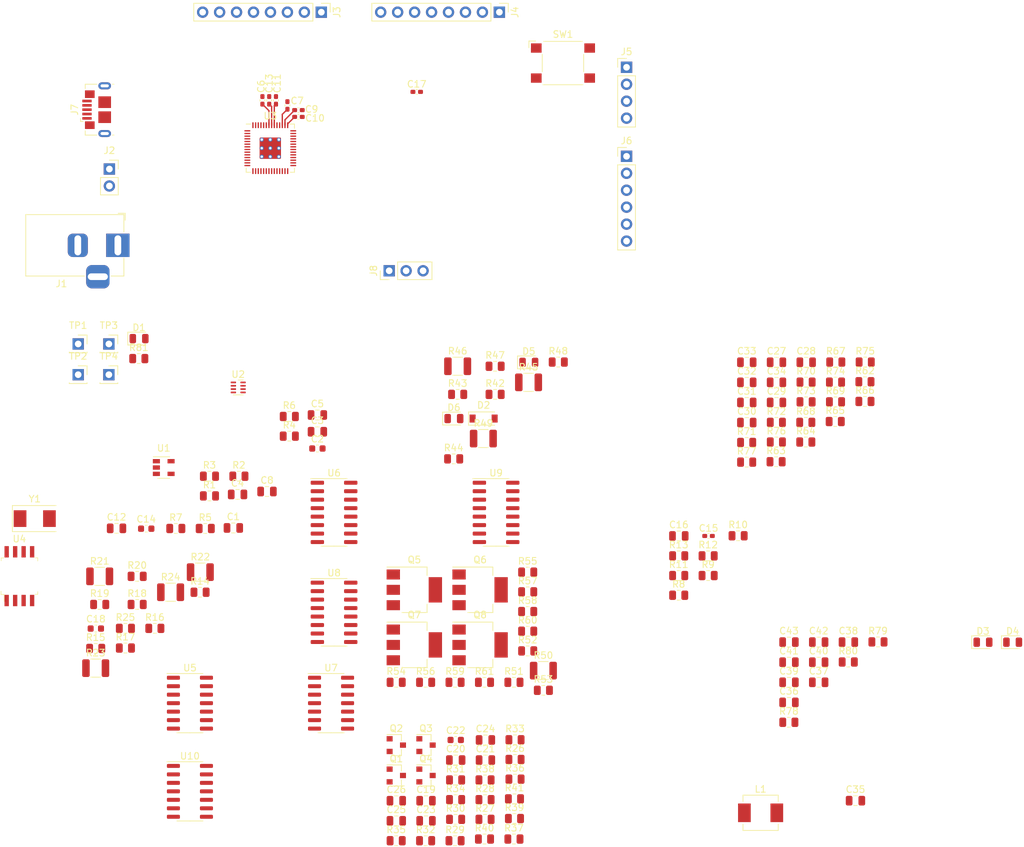
<source format=kicad_pcb>
(kicad_pcb (version 20171130) (host pcbnew "(5.1.10)-1")
  (layers (0 F.Cu signal) (31 B.Cu signal) (34 B.Paste user) (35 F.Paste user) (36 B.SilkS user) (37 F.SilkS user) (38 B.Mask user) (39 F.Mask user) (44 Edge.Cuts user))
  (net 0 "")
  (net 1 GND)
  (net 2 +1V1)
  (net 3 +3V3)
  (net 4 /XIN)
  (net 5 "Net-(C23-Pad1)")
  (net 6 "Net-(C28-Pad1)")
  (net 7 "Net-(C29-Pad1)")
  (net 8 "Net-(C30-Pad1)")
  (net 9 "Net-(C31-Pad1)")
  (net 10 "Net-(C32-Pad1)")
  (net 11 "Net-(C33-Pad1)")
  (net 12 "Net-(C34-Pad1)")
  (net 13 "/Digital Input/IN+0")
  (net 14 "/Digital Input/IN+1")
  (net 15 "Net-(D2-Pad2)")
  (net 16 "Net-(D5-Pad2)")
  (net 17 "/Digital Input/IN+2")
  (net 18 "Net-(D6-Pad2)")
  (net 19 "/Digital Input/IN+3")
  (net 20 "Net-(J2-Pad2)")
  (net 21 /SWCLK)
  (net 22 /SWDIO)
  (net 23 "Net-(Q1-Pad1)")
  (net 24 "Net-(Q1-Pad2)")
  (net 25 "/20mA Output/OUT4")
  (net 26 "/20mA Output/OUT5")
  (net 27 "Net-(Q2-Pad2)")
  (net 28 "Net-(Q2-Pad1)")
  (net 29 "Net-(Q3-Pad1)")
  (net 30 "Net-(Q3-Pad2)")
  (net 31 "/20mA Output/OUT6")
  (net 32 "/20mA Output/OUT7")
  (net 33 "Net-(Q4-Pad2)")
  (net 34 "Net-(Q4-Pad1)")
  (net 35 24V)
  (net 36 "/Digital Output/OUT0")
  (net 37 "Net-(Q5-Pad1)")
  (net 38 "Net-(Q6-Pad1)")
  (net 39 "/Digital Output/OUT1")
  (net 40 "/Digital Output/OUT2")
  (net 41 "Net-(Q7-Pad1)")
  (net 42 "Net-(Q8-Pad1)")
  (net 43 "/Digital Output/OUT3")
  (net 44 /USB_DP)
  (net 45 /USB_DM)
  (net 46 /QSPI_CS)
  (net 47 /XOUT)
  (net 48 "/10V Input/VIN0")
  (net 49 "/10V Input/VIN1")
  (net 50 "/20mA Input/IN2")
  (net 51 "/20mA Input/OUT2")
  (net 52 "/20mA Input/IN3")
  (net 53 "/20mA Input/OUT3")
  (net 54 "Net-(R21-Pad2)")
  (net 55 "Net-(R22-Pad2)")
  (net 56 "Net-(R23-Pad2)")
  (net 57 "/Digital Input/IN-0")
  (net 58 "/Digital Input/IN-1")
  (net 59 3.3V)
  (net 60 "/Digital Input/IN-2")
  (net 61 "/Digital Input/IN-3")
  (net 62 "/10V Output/OUT0")
  (net 63 "/10V Output/OUT1")
  (net 64 "/10V Output/OUT2")
  (net 65 "/10V Output/OUT3")
  (net 66 /QSPI_SD1)
  (net 67 /QSPI_SD2)
  (net 68 /QSPI_SD0)
  (net 69 /QSPI_SCK)
  (net 70 /QSPI_SD3)
  (net 71 +24V)
  (net 72 /ADC0)
  (net 73 /ADC1)
  (net 74 /ADC2)
  (net 75 /ADC3)
  (net 76 /PWM4)
  (net 77 /PWM5)
  (net 78 /PWM6)
  (net 79 /PWM7)
  (net 80 /GPIO1)
  (net 81 /GPIO3)
  (net 82 /GPIO5)
  (net 83 /GPIO7)
  (net 84 /PWM0)
  (net 85 /PWM1)
  (net 86 /PWM2)
  (net 87 /PWM3)
  (net 88 /GPIO15)
  (net 89 /GPIO13)
  (net 90 /GPIO11)
  (net 91 /GPIO9)
  (net 92 +5V)
  (net 93 "Net-(C3-Pad1)")
  (net 94 "Net-(C8-Pad2)")
  (net 95 "Net-(C8-Pad1)")
  (net 96 "Net-(C35-Pad1)")
  (net 97 "Net-(C36-Pad1)")
  (net 98 "Net-(C37-Pad1)")
  (net 99 "Net-(C38-Pad1)")
  (net 100 "Net-(C39-Pad1)")
  (net 101 "Net-(C40-Pad1)")
  (net 102 "Net-(C41-Pad1)")
  (net 103 "Net-(C42-Pad1)")
  (net 104 "Net-(C43-Pad1)")
  (net 105 "Net-(D3-Pad2)")
  (net 106 "Net-(D4-Pad2)")
  (net 107 "Net-(J7-Pad3)")
  (net 108 "Net-(J7-Pad1)")
  (net 109 "Net-(J7-Pad2)")
  (net 110 "Net-(R1-Pad1)")
  (net 111 "Net-(R2-Pad1)")
  (net 112 "Net-(R3-Pad2)")
  (net 113 "Net-(R5-Pad2)")
  (net 114 "Net-(R11-Pad1)")
  (net 115 "Net-(R12-Pad1)")
  (net 116 "Net-(R15-Pad2)")
  (net 117 "Net-(R16-Pad2)")
  (net 118 "Net-(R17-Pad1)")
  (net 119 "Net-(R19-Pad1)")
  (net 120 "Net-(R24-Pad2)")
  (net 121 "Net-(R25-Pad2)")
  (net 122 "Net-(R26-Pad2)")
  (net 123 "Net-(R35-Pad2)")
  (net 124 "Net-(R36-Pad2)")
  (net 125 "Net-(R43-Pad2)")
  (net 126 "Net-(R44-Pad2)")
  (net 127 "Net-(R53-Pad2)")
  (net 128 "Net-(R54-Pad2)")
  (net 129 "Net-(R55-Pad1)")
  (net 130 "Net-(R57-Pad1)")
  (net 131 "Net-(R59-Pad2)")
  (net 132 "Net-(R60-Pad2)")
  (net 133 "Net-(R61-Pad1)")
  (net 134 "Net-(R63-Pad1)")
  (net 135 "Net-(R69-Pad1)")
  (net 136 "Net-(R70-Pad1)")
  (net 137 "Net-(R77-Pad1)")
  (net 138 "Net-(R78-Pad1)")
  (net 139 "Net-(U1-Pad4)")
  (net 140 "Net-(U2-Pad2)")
  (net 141 "Net-(U3-Pad27)")
  (net 142 "Net-(U3-Pad28)")
  (net 143 "Net-(U3-Pad29)")
  (net 144 "Net-(U3-Pad30)")
  (net 145 "Net-(U3-Pad31)")
  (net 146 "Net-(U3-Pad32)")
  (net 147 "Net-(U3-Pad34)")
  (net 148 "Net-(U3-Pad35)")
  (net 149 "Net-(U3-Pad36)")
  (net 150 "Net-(U5-Pad13)")
  (net 151 "Net-(U5-Pad7)")
  (net 152 "Net-(D1-Pad2)")
  (net 153 /GPIO25)
  (module Capacitor_SMD:C_0402_1005Metric_Pad0.74x0.62mm_HandSolder (layer F.Cu) (at 153.3525 29.718)
    (fp_text reference C17 (at 0 -1.16) (layer F.SilkS))
    (fp_text value 0.1μ)
    (pad 2 smd roundrect (at 0.5675 0) (size 0.735 0.62) (layers F.Cu F.Paste F.Mask) (net 1 GND))
    (pad 1 smd roundrect (at -0.5675 0) (size 0.735 0.62) (layers F.Cu F.Paste F.Mask) (net 3 +3V3))
  )
  (module Capacitor_SMD:C_0402_1005Metric_Pad0.74x0.62mm_HandSolder (layer F.Cu) (at 197.065001 96.240001)
    (fp_text reference C15 (at 0 -1.16) (layer F.SilkS))
    (fp_text value 0.1μ)
    (pad 2 smd roundrect (at 0.5675 0) (size 0.735 0.62) (layers F.Cu F.Paste F.Mask) (net 1 GND))
    (pad 1 smd roundrect (at -0.5675 0) (size 0.735 0.62) (layers F.Cu F.Paste F.Mask) (net 3 +3V3))
  )
  (module Capacitor_SMD:C_0402_1005Metric_Pad0.74x0.62mm_HandSolder (layer F.Cu) (at 131.2545 30.988 90)
    (fp_text reference C13 (at 2.54 0 90) (layer F.SilkS))
    (fp_text value 0.1μ)
    (pad 2 smd roundrect (at 0.5675 0 90) (size 0.735 0.62) (layers F.Cu F.Paste F.Mask) (net 1 GND))
    (pad 1 smd roundrect (at -0.5675 0 90) (size 0.735 0.62) (layers F.Cu F.Paste F.Mask) (net 3 +3V3))
  )
  (module Capacitor_SMD:C_0402_1005Metric_Pad0.74x0.62mm_HandSolder (layer F.Cu) (at 132.2705 30.988 90)
    (fp_text reference C11 (at 2.54 0.1905 90) (layer F.SilkS))
    (fp_text value 0.1μ)
    (pad 2 smd roundrect (at 0.5675 0 90) (size 0.735 0.62) (layers F.Cu F.Paste F.Mask) (net 1 GND))
    (pad 1 smd roundrect (at -0.5675 0 90) (size 0.735 0.62) (layers F.Cu F.Paste F.Mask) (net 3 +3V3))
  )
  (module Capacitor_SMD:C_0402_1005Metric_Pad0.74x0.62mm_HandSolder (layer F.Cu) (at 135.636 33.4645)
    (fp_text reference C10 (at 2.4765 0.1905) (layer F.SilkS))
    (fp_text value 0.1μ)
    (pad 2 smd roundrect (at 0.5675 0) (size 0.735 0.62) (layers F.Cu F.Paste F.Mask) (net 1 GND))
    (pad 1 smd roundrect (at -0.5675 0) (size 0.735 0.62) (layers F.Cu F.Paste F.Mask) (net 3 +3V3))
  )
  (module Capacitor_SMD:C_0402_1005Metric_Pad0.74x0.62mm_HandSolder (layer F.Cu) (at 135.636 32.4485)
    (fp_text reference C9 (at 1.9685 -0.127) (layer F.SilkS))
    (fp_text value 0.1μ)
    (pad 2 smd roundrect (at 0.5675 0) (size 0.735 0.62) (layers F.Cu F.Paste F.Mask) (net 1 GND))
    (pad 1 smd roundrect (at -0.5675 0) (size 0.735 0.62) (layers F.Cu F.Paste F.Mask) (net 3 +3V3))
  )
  (module Capacitor_SMD:C_0402_1005Metric_Pad0.74x0.62mm_HandSolder (layer F.Cu) (at 133.985 31.75 90)
    (fp_text reference C7 (at 0.6985 1.4605 180) (layer F.SilkS))
    (fp_text value 0.1μ)
    (pad 2 smd roundrect (at 0.5675 0 90) (size 0.735 0.62) (layers F.Cu F.Paste F.Mask) (net 1 GND))
    (pad 1 smd roundrect (at -0.5675 0 90) (size 0.735 0.62) (layers F.Cu F.Paste F.Mask) (net 2 +1V1))
  )
  (module Capacitor_SMD:C_0402_1005Metric_Pad0.74x0.62mm_HandSolder (layer F.Cu) (at 130.2385 30.988 90)
    (fp_text reference C6 (at 2.0955 -0.1905 90) (layer F.SilkS))
    (fp_text value 0.1μ)
    (pad 2 smd roundrect (at 0.5675 0 90) (size 0.735 0.62) (layers F.Cu F.Paste F.Mask) (net 1 GND))
    (pad 1 smd roundrect (at -0.5675 0 90) (size 0.735 0.62) (layers F.Cu F.Paste F.Mask) (net 2 +1V1))
  )
  (module Connector_PinSocket_2.54mm:PinSocket_1x01_P2.54mm_Vertical (layer F.Cu) (at 107.24 72.08)
    (fp_text reference TP4 (at 0 -2.77) (layer F.SilkS))
    (fp_text value TestPoint)
    (pad 1 thru_hole rect (at 0 0) (size 1.7 1.7) (drill 1) (layers *.Cu *.Mask) (net 92 +5V))
  )
  (module Connector_PinSocket_2.54mm:PinSocket_1x01_P2.54mm_Vertical (layer F.Cu) (at 107.24 67.48)
    (fp_text reference TP3 (at 0 -2.77) (layer F.SilkS))
    (fp_text value TestPoint)
    (pad 1 thru_hole rect (at 0 0) (size 1.7 1.7) (drill 1) (layers *.Cu *.Mask) (net 3 +3V3))
  )
  (module Connector_PinSocket_2.54mm:PinSocket_1x01_P2.54mm_Vertical (layer F.Cu) (at 102.64 72.08)
    (fp_text reference TP2 (at 0 -2.77) (layer F.SilkS))
    (fp_text value TestPoint)
    (pad 1 thru_hole rect (at 0 0) (size 1.7 1.7) (drill 1) (layers *.Cu *.Mask) (net 1 GND))
  )
  (module Connector_PinSocket_2.54mm:PinSocket_1x01_P2.54mm_Vertical (layer F.Cu) (at 102.64 67.48)
    (fp_text reference TP1 (at 0 -2.77) (layer F.SilkS))
    (fp_text value TestPoint)
    (pad 1 thru_hole rect (at 0 0) (size 1.7 1.7) (drill 1) (layers *.Cu *.Mask) (net 71 +24V))
  )
  (module Resistor_SMD:R_0805_2012Metric (layer F.Cu) (at 111.72 69.67)
    (fp_text reference R81 (at 0 -1.65) (layer F.SilkS))
    (fp_text value 470)
    (pad 2 smd roundrect (at 0.9125 0) (size 1.025 1.4) (layers F.Cu F.Paste F.Mask) (roundrect_rratio 0.243902) (net 153 /GPIO25))
    (pad 1 smd roundrect (at -0.9125 0) (size 1.025 1.4) (layers F.Cu F.Paste F.Mask) (roundrect_rratio 0.243902) (net 152 "Net-(D1-Pad2)"))
  )
  (module LED_SMD:LED_0805_2012Metric (layer F.Cu) (at 111.76 66.675)
    (fp_text reference D1 (at 0 -1.65) (layer F.SilkS))
    (fp_text value LED)
    (pad 2 smd roundrect (at 0.9375 0) (size 0.975 1.4) (layers F.Cu F.Paste F.Mask) (net 152 "Net-(D1-Pad2)"))
    (pad 1 smd roundrect (at -0.9375 0) (size 0.975 1.4) (layers F.Cu F.Paste F.Mask) (net 1 GND))
  )
  (module Button_Switch_SMD:SW_SPST_Omron_B3FS-100xP (layer F.Cu) (at 175.26 25.4)
    (fp_text reference SW1 (at 0 -4.3) (layer F.SilkS))
    (fp_text value SW_MEC_5E)
    (pad 3 smd rect (at -4 2.25 180) (size 1.6 1.4) (layers F.Cu F.Paste F.Mask) (net 1 GND))
    (pad 4 smd rect (at 4 2.25 180) (size 1.6 1.4) (layers F.Cu F.Paste F.Mask) (net 1 GND))
    (pad 1 smd rect (at -4 -2.25 180) (size 1.6 1.4) (layers F.Cu F.Paste F.Mask) (net 113 "Net-(R5-Pad2)"))
    (pad 2 smd rect (at 4 -2.25 180) (size 1.6 1.4) (layers F.Cu F.Paste F.Mask) (net 113 "Net-(R5-Pad2)"))
  )
  (module Package_TO_SOT_SMD:SOT-223 (layer F.Cu) (at 162.845001 112.560001)
    (fp_text reference Q8 (at 0 -4.5) (layer F.SilkS))
    (fp_text value BCP56)
    (pad 1 smd rect (at -3.15 -2.3) (size 2 1.5) (layers F.Cu F.Paste F.Mask) (net 42 "Net-(Q8-Pad1)"))
    (pad 3 smd rect (at -3.15 2.3) (size 2 1.5) (layers F.Cu F.Paste F.Mask) (net 43 "/Digital Output/OUT3"))
    (pad 2 smd rect (at -3.15 0) (size 2 1.5) (layers F.Cu F.Paste F.Mask) (net 35 24V))
    (pad 4 smd rect (at 3.15 0) (size 2 3.8) (layers F.Cu F.Paste F.Mask) (net 35 24V))
  )
  (module Package_TO_SOT_SMD:SOT-223 (layer F.Cu) (at 152.995001 112.560001)
    (fp_text reference Q7 (at 0 -4.5) (layer F.SilkS))
    (fp_text value BCP56)
    (pad 1 smd rect (at -3.15 -2.3) (size 2 1.5) (layers F.Cu F.Paste F.Mask) (net 41 "Net-(Q7-Pad1)"))
    (pad 3 smd rect (at -3.15 2.3) (size 2 1.5) (layers F.Cu F.Paste F.Mask) (net 40 "/Digital Output/OUT2"))
    (pad 2 smd rect (at -3.15 0) (size 2 1.5) (layers F.Cu F.Paste F.Mask) (net 35 24V))
    (pad 4 smd rect (at 3.15 0) (size 2 3.8) (layers F.Cu F.Paste F.Mask) (net 35 24V))
  )
  (module Package_TO_SOT_SMD:SOT-223 (layer F.Cu) (at 162.845001 104.310001)
    (fp_text reference Q6 (at 0 -4.5) (layer F.SilkS))
    (fp_text value BCP56)
    (pad 1 smd rect (at -3.15 -2.3) (size 2 1.5) (layers F.Cu F.Paste F.Mask) (net 38 "Net-(Q6-Pad1)"))
    (pad 3 smd rect (at -3.15 2.3) (size 2 1.5) (layers F.Cu F.Paste F.Mask) (net 39 "/Digital Output/OUT1"))
    (pad 2 smd rect (at -3.15 0) (size 2 1.5) (layers F.Cu F.Paste F.Mask) (net 35 24V))
    (pad 4 smd rect (at 3.15 0) (size 2 3.8) (layers F.Cu F.Paste F.Mask) (net 35 24V))
  )
  (module Package_TO_SOT_SMD:SOT-223 (layer F.Cu) (at 152.995001 104.310001)
    (fp_text reference Q5 (at 0 -4.5) (layer F.SilkS))
    (fp_text value BCP56)
    (pad 1 smd rect (at -3.15 -2.3) (size 2 1.5) (layers F.Cu F.Paste F.Mask) (net 37 "Net-(Q5-Pad1)"))
    (pad 3 smd rect (at -3.15 2.3) (size 2 1.5) (layers F.Cu F.Paste F.Mask) (net 36 "/Digital Output/OUT0"))
    (pad 2 smd rect (at -3.15 0) (size 2 1.5) (layers F.Cu F.Paste F.Mask) (net 35 24V))
    (pad 4 smd rect (at 3.15 0) (size 2 3.8) (layers F.Cu F.Paste F.Mask) (net 35 24V))
  )
  (module Package_SO:SOP-16_3.9x9.9mm_P1.27mm (layer F.Cu) (at 165.24 92.71)
    (fp_text reference U9 (at 0 -5.9) (layer F.SilkS))
    (fp_text value ELQ3H7)
    (pad 16 smd roundrect (at 2.5 -4.445) (size 2 0.6) (layers F.Cu F.Paste F.Mask) (net 35 24V))
    (pad 15 smd roundrect (at 2.5 -3.175) (size 2 0.6) (layers F.Cu F.Paste F.Mask) (net 129 "Net-(R55-Pad1)"))
    (pad 14 smd roundrect (at 2.5 -1.905) (size 2 0.6) (layers F.Cu F.Paste F.Mask) (net 35 24V))
    (pad 13 smd roundrect (at 2.5 -0.635) (size 2 0.6) (layers F.Cu F.Paste F.Mask) (net 130 "Net-(R57-Pad1)"))
    (pad 12 smd roundrect (at 2.5 0.635) (size 2 0.6) (layers F.Cu F.Paste F.Mask) (net 35 24V))
    (pad 11 smd roundrect (at 2.5 1.905) (size 2 0.6) (layers F.Cu F.Paste F.Mask) (net 133 "Net-(R61-Pad1)"))
    (pad 10 smd roundrect (at 2.5 3.175) (size 2 0.6) (layers F.Cu F.Paste F.Mask) (net 35 24V))
    (pad 9 smd roundrect (at 2.5 4.445) (size 2 0.6) (layers F.Cu F.Paste F.Mask) (net 134 "Net-(R63-Pad1)"))
    (pad 8 smd roundrect (at -2.5 4.445) (size 2 0.6) (layers F.Cu F.Paste F.Mask) (net 132 "Net-(R60-Pad2)"))
    (pad 7 smd roundrect (at -2.5 3.175) (size 2 0.6) (layers F.Cu F.Paste F.Mask) (net 88 /GPIO15))
    (pad 6 smd roundrect (at -2.5 1.905) (size 2 0.6) (layers F.Cu F.Paste F.Mask) (net 131 "Net-(R59-Pad2)"))
    (pad 5 smd roundrect (at -2.5 0.635) (size 2 0.6) (layers F.Cu F.Paste F.Mask) (net 89 /GPIO13))
    (pad 4 smd roundrect (at -2.5 -0.635) (size 2 0.6) (layers F.Cu F.Paste F.Mask) (net 128 "Net-(R54-Pad2)"))
    (pad 3 smd roundrect (at -2.5 -1.905) (size 2 0.6) (layers F.Cu F.Paste F.Mask) (net 90 /GPIO11))
    (pad 2 smd roundrect (at -2.5 -3.175) (size 2 0.6) (layers F.Cu F.Paste F.Mask) (net 127 "Net-(R53-Pad2)"))
    (pad 1 smd roundrect (at -2.5 -4.445) (size 2 0.6) (layers F.Cu F.Paste F.Mask) (net 91 /GPIO9))
  )
  (module Package_SO:SOP-16_3.9x9.9mm_P1.27mm (layer F.Cu) (at 140.97 107.68)
    (fp_text reference U8 (at 0 -5.9) (layer F.SilkS))
    (fp_text value ELQ3H7)
    (pad 16 smd roundrect (at 2.5 -4.445) (size 2 0.6) (layers F.Cu F.Paste F.Mask) (net 80 /GPIO1))
    (pad 15 smd roundrect (at 2.5 -3.175) (size 2 0.6) (layers F.Cu F.Paste F.Mask) (net 1 GND))
    (pad 14 smd roundrect (at 2.5 -1.905) (size 2 0.6) (layers F.Cu F.Paste F.Mask) (net 81 /GPIO3))
    (pad 13 smd roundrect (at 2.5 -0.635) (size 2 0.6) (layers F.Cu F.Paste F.Mask) (net 1 GND))
    (pad 12 smd roundrect (at 2.5 0.635) (size 2 0.6) (layers F.Cu F.Paste F.Mask) (net 82 /GPIO5))
    (pad 11 smd roundrect (at 2.5 1.905) (size 2 0.6) (layers F.Cu F.Paste F.Mask) (net 1 GND))
    (pad 10 smd roundrect (at 2.5 3.175) (size 2 0.6) (layers F.Cu F.Paste F.Mask) (net 83 /GPIO7))
    (pad 9 smd roundrect (at 2.5 4.445) (size 2 0.6) (layers F.Cu F.Paste F.Mask) (net 1 GND))
    (pad 8 smd roundrect (at -2.5 4.445) (size 2 0.6) (layers F.Cu F.Paste F.Mask) (net 18 "Net-(D6-Pad2)"))
    (pad 7 smd roundrect (at -2.5 3.175) (size 2 0.6) (layers F.Cu F.Paste F.Mask) (net 19 "/Digital Input/IN+3"))
    (pad 6 smd roundrect (at -2.5 1.905) (size 2 0.6) (layers F.Cu F.Paste F.Mask) (net 16 "Net-(D5-Pad2)"))
    (pad 5 smd roundrect (at -2.5 0.635) (size 2 0.6) (layers F.Cu F.Paste F.Mask) (net 17 "/Digital Input/IN+2"))
    (pad 4 smd roundrect (at -2.5 -0.635) (size 2 0.6) (layers F.Cu F.Paste F.Mask) (net 106 "Net-(D4-Pad2)"))
    (pad 3 smd roundrect (at -2.5 -1.905) (size 2 0.6) (layers F.Cu F.Paste F.Mask) (net 14 "/Digital Input/IN+1"))
    (pad 2 smd roundrect (at -2.5 -3.175) (size 2 0.6) (layers F.Cu F.Paste F.Mask) (net 105 "Net-(D3-Pad2)"))
    (pad 1 smd roundrect (at -2.5 -4.445) (size 2 0.6) (layers F.Cu F.Paste F.Mask) (net 13 "/Digital Input/IN+0"))
  )
  (module Package_SO:SOP-16_3.9x9.9mm_P1.27mm (layer F.Cu) (at 140.97 92.71)
    (fp_text reference U6 (at 0 -5.9) (layer F.SilkS))
    (fp_text value ELQ3H7)
    (pad 16 smd roundrect (at 2.5 -4.445) (size 2 0.6) (layers F.Cu F.Paste F.Mask) (net 59 3.3V))
    (pad 15 smd roundrect (at 2.5 -3.175) (size 2 0.6) (layers F.Cu F.Paste F.Mask) (net 54 "Net-(R21-Pad2)"))
    (pad 14 smd roundrect (at 2.5 -1.905) (size 2 0.6) (layers F.Cu F.Paste F.Mask) (net 59 3.3V))
    (pad 13 smd roundrect (at 2.5 -0.635) (size 2 0.6) (layers F.Cu F.Paste F.Mask) (net 55 "Net-(R22-Pad2)"))
    (pad 12 smd roundrect (at 2.5 0.635) (size 2 0.6) (layers F.Cu F.Paste F.Mask) (net 151 "Net-(U5-Pad7)"))
    (pad 11 smd roundrect (at 2.5 1.905) (size 2 0.6) (layers F.Cu F.Paste F.Mask) (net 121 "Net-(R25-Pad2)"))
    (pad 10 smd roundrect (at 2.5 3.175) (size 2 0.6) (layers F.Cu F.Paste F.Mask) (net 150 "Net-(U5-Pad13)"))
    (pad 9 smd roundrect (at 2.5 4.445) (size 2 0.6) (layers F.Cu F.Paste F.Mask) (net 122 "Net-(R26-Pad2)"))
    (pad 8 smd roundrect (at -2.5 4.445) (size 2 0.6) (layers F.Cu F.Paste F.Mask) (net 120 "Net-(R24-Pad2)"))
    (pad 7 smd roundrect (at -2.5 3.175) (size 2 0.6) (layers F.Cu F.Paste F.Mask) (net 59 3.3V))
    (pad 6 smd roundrect (at -2.5 1.905) (size 2 0.6) (layers F.Cu F.Paste F.Mask) (net 56 "Net-(R23-Pad2)"))
    (pad 5 smd roundrect (at -2.5 0.635) (size 2 0.6) (layers F.Cu F.Paste F.Mask) (net 59 3.3V))
    (pad 4 smd roundrect (at -2.5 -0.635) (size 2 0.6) (layers F.Cu F.Paste F.Mask) (net 53 "/20mA Input/OUT3"))
    (pad 3 smd roundrect (at -2.5 -1.905) (size 2 0.6) (layers F.Cu F.Paste F.Mask) (net 119 "Net-(R19-Pad1)"))
    (pad 2 smd roundrect (at -2.5 -3.175) (size 2 0.6) (layers F.Cu F.Paste F.Mask) (net 51 "/20mA Input/OUT2"))
    (pad 1 smd roundrect (at -2.5 -4.445) (size 2 0.6) (layers F.Cu F.Paste F.Mask) (net 118 "Net-(R17-Pad1)"))
  )
  (module Package_SO:SOIC-14_3.9x8.7mm_P1.27mm (layer F.Cu) (at 119.38 134.495)
    (fp_text reference U10 (at 0 -5.28) (layer F.SilkS))
    (fp_text value TLV9304IDR)
    (pad 14 smd roundrect (at 2.475 -3.81) (size 1.95 0.6) (layers F.Cu F.Paste F.Mask) (net 62 "/10V Output/OUT0"))
    (pad 13 smd roundrect (at 2.475 -2.54) (size 1.95 0.6) (layers F.Cu F.Paste F.Mask) (net 65 "/10V Output/OUT3"))
    (pad 12 smd roundrect (at 2.475 -1.27) (size 1.95 0.6) (layers F.Cu F.Paste F.Mask) (net 138 "Net-(R78-Pad1)"))
    (pad 11 smd roundrect (at 2.475 0) (size 1.95 0.6) (layers F.Cu F.Paste F.Mask) (net 104 "Net-(C43-Pad1)"))
    (pad 10 smd roundrect (at 2.475 1.27) (size 1.95 0.6) (layers F.Cu F.Paste F.Mask) (net 1 GND))
    (pad 9 smd roundrect (at 2.475 2.54) (size 1.95 0.6) (layers F.Cu F.Paste F.Mask) (net 103 "Net-(C42-Pad1)"))
    (pad 8 smd roundrect (at 2.475 3.81) (size 1.95 0.6) (layers F.Cu F.Paste F.Mask) (net 137 "Net-(R77-Pad1)"))
    (pad 7 smd roundrect (at -2.475 3.81) (size 1.95 0.6) (layers F.Cu F.Paste F.Mask) (net 64 "/10V Output/OUT2"))
    (pad 6 smd roundrect (at -2.475 2.54) (size 1.95 0.6) (layers F.Cu F.Paste F.Mask) (net 63 "/10V Output/OUT1"))
    (pad 5 smd roundrect (at -2.475 1.27) (size 1.95 0.6) (layers F.Cu F.Paste F.Mask) (net 136 "Net-(R70-Pad1)"))
    (pad 4 smd roundrect (at -2.475 0) (size 1.95 0.6) (layers F.Cu F.Paste F.Mask) (net 100 "Net-(C39-Pad1)"))
    (pad 3 smd roundrect (at -2.475 -1.27) (size 1.95 0.6) (layers F.Cu F.Paste F.Mask) (net 71 +24V))
    (pad 2 smd roundrect (at -2.475 -2.54) (size 1.95 0.6) (layers F.Cu F.Paste F.Mask) (net 99 "Net-(C38-Pad1)"))
    (pad 1 smd roundrect (at -2.475 -3.81) (size 1.95 0.6) (layers F.Cu F.Paste F.Mask) (net 135 "Net-(R69-Pad1)"))
  )
  (module Package_SO:SOIC-14_3.9x8.7mm_P1.27mm (layer F.Cu) (at 140.52 121.285)
    (fp_text reference U7 (at 0 -5.28) (layer F.SilkS))
    (fp_text value TLV9004xRUCR)
    (pad 14 smd roundrect (at 2.475 -3.81) (size 1.95 0.6) (layers F.Cu F.Paste F.Mask) (net 123 "Net-(R35-Pad2)"))
    (pad 13 smd roundrect (at 2.475 -2.54) (size 1.95 0.6) (layers F.Cu F.Paste F.Mask) (net 126 "Net-(R44-Pad2)"))
    (pad 12 smd roundrect (at 2.475 -1.27) (size 1.95 0.6) (layers F.Cu F.Paste F.Mask) (net 33 "Net-(Q4-Pad2)"))
    (pad 11 smd roundrect (at 2.475 0) (size 1.95 0.6) (layers F.Cu F.Paste F.Mask) (net 96 "Net-(C35-Pad1)"))
    (pad 10 smd roundrect (at 2.475 1.27) (size 1.95 0.6) (layers F.Cu F.Paste F.Mask) (net 1 GND))
    (pad 9 smd roundrect (at 2.475 2.54) (size 1.95 0.6) (layers F.Cu F.Paste F.Mask) (net 12 "Net-(C34-Pad1)"))
    (pad 8 smd roundrect (at 2.475 3.81) (size 1.95 0.6) (layers F.Cu F.Paste F.Mask) (net 30 "Net-(Q3-Pad2)"))
    (pad 7 smd roundrect (at -2.475 3.81) (size 1.95 0.6) (layers F.Cu F.Paste F.Mask) (net 125 "Net-(R43-Pad2)"))
    (pad 6 smd roundrect (at -2.475 2.54) (size 1.95 0.6) (layers F.Cu F.Paste F.Mask) (net 124 "Net-(R36-Pad2)"))
    (pad 5 smd roundrect (at -2.475 1.27) (size 1.95 0.6) (layers F.Cu F.Paste F.Mask) (net 27 "Net-(Q2-Pad2)"))
    (pad 4 smd roundrect (at -2.475 0) (size 1.95 0.6) (layers F.Cu F.Paste F.Mask) (net 9 "Net-(C31-Pad1)"))
    (pad 3 smd roundrect (at -2.475 -1.27) (size 1.95 0.6) (layers F.Cu F.Paste F.Mask) (net 92 +5V))
    (pad 2 smd roundrect (at -2.475 -2.54) (size 1.95 0.6) (layers F.Cu F.Paste F.Mask) (net 8 "Net-(C30-Pad1)"))
    (pad 1 smd roundrect (at -2.475 -3.81) (size 1.95 0.6) (layers F.Cu F.Paste F.Mask) (net 24 "Net-(Q1-Pad2)"))
  )
  (module Package_SO:SOIC-14_3.9x8.7mm_P1.27mm (layer F.Cu) (at 119.38 121.285)
    (fp_text reference U5 (at 0 -5.28) (layer F.SilkS))
    (fp_text value TLV9004xRUCR)
    (pad 14 smd roundrect (at 2.475 -3.81) (size 1.95 0.6) (layers F.Cu F.Paste F.Mask) (net 116 "Net-(R15-Pad2)"))
    (pad 13 smd roundrect (at 2.475 -2.54) (size 1.95 0.6) (layers F.Cu F.Paste F.Mask) (net 150 "Net-(U5-Pad13)"))
    (pad 12 smd roundrect (at 2.475 -1.27) (size 1.95 0.6) (layers F.Cu F.Paste F.Mask) (net 120 "Net-(R24-Pad2)"))
    (pad 11 smd roundrect (at 2.475 0) (size 1.95 0.6) (layers F.Cu F.Paste F.Mask) (net 55 "Net-(R22-Pad2)"))
    (pad 10 smd roundrect (at 2.475 1.27) (size 1.95 0.6) (layers F.Cu F.Paste F.Mask) (net 1 GND))
    (pad 9 smd roundrect (at 2.475 2.54) (size 1.95 0.6) (layers F.Cu F.Paste F.Mask) (net 54 "Net-(R21-Pad2)"))
    (pad 8 smd roundrect (at 2.475 3.81) (size 1.95 0.6) (layers F.Cu F.Paste F.Mask) (net 56 "Net-(R23-Pad2)"))
    (pad 7 smd roundrect (at -2.475 3.81) (size 1.95 0.6) (layers F.Cu F.Paste F.Mask) (net 151 "Net-(U5-Pad7)"))
    (pad 6 smd roundrect (at -2.475 2.54) (size 1.95 0.6) (layers F.Cu F.Paste F.Mask) (net 117 "Net-(R16-Pad2)"))
    (pad 5 smd roundrect (at -2.475 1.27) (size 1.95 0.6) (layers F.Cu F.Paste F.Mask) (net 117 "Net-(R16-Pad2)"))
    (pad 4 smd roundrect (at -2.475 0) (size 1.95 0.6) (layers F.Cu F.Paste F.Mask) (net 115 "Net-(R12-Pad1)"))
    (pad 3 smd roundrect (at -2.475 -1.27) (size 1.95 0.6) (layers F.Cu F.Paste F.Mask) (net 92 +5V))
    (pad 2 smd roundrect (at -2.475 -2.54) (size 1.95 0.6) (layers F.Cu F.Paste F.Mask) (net 114 "Net-(R11-Pad1)"))
    (pad 1 smd roundrect (at -2.475 -3.81) (size 1.95 0.6) (layers F.Cu F.Paste F.Mask) (net 116 "Net-(R15-Pad2)"))
  )
  (module digikey-footprints:SOIC-8_W5.6mm (layer F.Cu) (at 93.835001 102.260001)
    (fp_text reference U4 (at 0 -5.58) (layer F.SilkS))
    (fp_text value W25Q32JVSSIQ_TR)
    (pad 8 smd rect (at -1.905 -3.65) (size 0.65 1.7) (layers F.Cu F.Paste F.Mask) (net 3 +3V3))
    (pad 7 smd rect (at -0.635 -3.65) (size 0.65 1.7) (layers F.Cu F.Paste F.Mask) (net 70 /QSPI_SD3))
    (pad 6 smd rect (at 0.635 -3.65) (size 0.65 1.7) (layers F.Cu F.Paste F.Mask) (net 69 /QSPI_SCK))
    (pad 5 smd rect (at 1.905 -3.65) (size 0.65 1.7) (layers F.Cu F.Paste F.Mask) (net 66 /QSPI_SD1))
    (pad 4 smd rect (at 1.905 3.65) (size 0.65 1.7) (layers F.Cu F.Paste F.Mask) (net 1 GND))
    (pad 3 smd rect (at 0.635 3.65) (size 0.65 1.7) (layers F.Cu F.Paste F.Mask) (net 67 /QSPI_SD2))
    (pad 2 smd rect (at -0.635 3.65) (size 0.65 1.7) (layers F.Cu F.Paste F.Mask) (net 68 /QSPI_SD0))
    (pad 1 smd rect (at -1.905 3.65) (size 0.65 1.7) (layers F.Cu F.Paste F.Mask) (net 46 /QSPI_CS))
  )
  (module MCU_RaspberryPi_and_Boards:RP2040-QFN-56 (layer F.Cu) (at 131.4196 38.1508)
    (fp_text reference U3 (at 0 -4.82) (layer F.SilkS))
    (fp_text value RP2040)
    (pad 57 smd roundrect (at 0 0) (size 3.2 3.2) (layers F.Cu F.Mask) (roundrect_rratio 0.045) (net 1 GND))
    (pad 57 thru_hole circle (at -1.275 -1.275) (size 0.6 0.6) (drill 0.35) (layers *.Cu) (net 1 GND))
    (pad 57 thru_hole circle (at 0 -1.275) (size 0.6 0.6) (drill 0.35) (layers *.Cu) (net 1 GND))
    (pad 57 thru_hole circle (at 1.275 -1.275) (size 0.6 0.6) (drill 0.35) (layers *.Cu) (net 1 GND))
    (pad 57 thru_hole circle (at -1.275 0) (size 0.6 0.6) (drill 0.35) (layers *.Cu) (net 1 GND))
    (pad 57 thru_hole circle (at 0 0) (size 0.6 0.6) (drill 0.35) (layers *.Cu) (net 1 GND))
    (pad 57 thru_hole circle (at 1.275 0) (size 0.6 0.6) (drill 0.35) (layers *.Cu) (net 1 GND))
    (pad 57 thru_hole circle (at -1.275 1.275) (size 0.6 0.6) (drill 0.35) (layers *.Cu) (net 1 GND))
    (pad 57 thru_hole circle (at 0 1.275) (size 0.6 0.6) (drill 0.35) (layers *.Cu) (net 1 GND))
    (pad 57 thru_hole circle (at 1.275 1.275) (size 0.6 0.6) (drill 0.35) (layers *.Cu) (net 1 GND))
    (pad 1 smd roundrect (at -3.4375 -2.6) (size 0.875 0.2) (layers F.Cu F.Paste F.Mask) (net 3 +3V3))
    (pad 2 smd roundrect (at -3.4375 -2.2) (size 0.875 0.2) (layers F.Cu F.Paste F.Mask) (net 84 /PWM0))
    (pad 3 smd roundrect (at -3.4375 -1.8) (size 0.875 0.2) (layers F.Cu F.Paste F.Mask) (net 80 /GPIO1))
    (pad 4 smd roundrect (at -3.4375 -1.4) (size 0.875 0.2) (layers F.Cu F.Paste F.Mask) (net 85 /PWM1))
    (pad 5 smd roundrect (at -3.4375 -1) (size 0.875 0.2) (layers F.Cu F.Paste F.Mask) (net 81 /GPIO3))
    (pad 6 smd roundrect (at -3.4375 -0.6) (size 0.875 0.2) (layers F.Cu F.Paste F.Mask) (net 86 /PWM2))
    (pad 7 smd roundrect (at -3.4375 -0.2) (size 0.875 0.2) (layers F.Cu F.Paste F.Mask) (net 82 /GPIO5))
    (pad 8 smd roundrect (at -3.4375 0.2) (size 0.875 0.2) (layers F.Cu F.Paste F.Mask) (net 87 /PWM3))
    (pad 9 smd roundrect (at -3.4375 0.6) (size 0.875 0.2) (layers F.Cu F.Paste F.Mask) (net 83 /GPIO7))
    (pad 10 smd roundrect (at -3.4375 1) (size 0.875 0.2) (layers F.Cu F.Paste F.Mask) (net 3 +3V3))
    (pad 11 smd roundrect (at -3.4375 1.4) (size 0.875 0.2) (layers F.Cu F.Paste F.Mask) (net 76 /PWM4))
    (pad 12 smd roundrect (at -3.4375 1.8) (size 0.875 0.2) (layers F.Cu F.Paste F.Mask) (net 91 /GPIO9))
    (pad 13 smd roundrect (at -3.4375 2.2) (size 0.875 0.2) (layers F.Cu F.Paste F.Mask) (net 77 /PWM5))
    (pad 14 smd roundrect (at -3.4375 2.6) (size 0.875 0.2) (layers F.Cu F.Paste F.Mask) (net 90 /GPIO11))
    (pad 15 smd roundrect (at -2.6 3.4375) (size 0.2 0.875) (layers F.Cu F.Paste F.Mask) (net 78 /PWM6))
    (pad 16 smd roundrect (at -2.2 3.4375) (size 0.2 0.875) (layers F.Cu F.Paste F.Mask) (net 89 /GPIO13))
    (pad 17 smd roundrect (at -1.8 3.4375) (size 0.2 0.875) (layers F.Cu F.Paste F.Mask) (net 79 /PWM7))
    (pad 18 smd roundrect (at -1.4 3.4375) (size 0.2 0.875) (layers F.Cu F.Paste F.Mask) (net 88 /GPIO15))
    (pad 19 smd roundrect (at -1 3.4375) (size 0.2 0.875) (layers F.Cu F.Paste F.Mask) (net 1 GND))
    (pad 20 smd roundrect (at -0.6 3.4375) (size 0.2 0.875) (layers F.Cu F.Paste F.Mask) (net 4 /XIN))
    (pad 21 smd roundrect (at -0.2 3.4375) (size 0.2 0.875) (layers F.Cu F.Paste F.Mask) (net 47 /XOUT))
    (pad 22 smd roundrect (at 0.2 3.4375) (size 0.2 0.875) (layers F.Cu F.Paste F.Mask) (net 3 +3V3))
    (pad 23 smd roundrect (at 0.6 3.4375) (size 0.2 0.875) (layers F.Cu F.Paste F.Mask) (net 2 +1V1))
    (pad 24 smd roundrect (at 1 3.4375) (size 0.2 0.875) (layers F.Cu F.Paste F.Mask) (net 21 /SWCLK))
    (pad 25 smd roundrect (at 1.4 3.4375) (size 0.2 0.875) (layers F.Cu F.Paste F.Mask) (net 22 /SWDIO))
    (pad 26 smd roundrect (at 1.8 3.4375) (size 0.2 0.875) (layers F.Cu F.Paste F.Mask) (net 111 "Net-(R2-Pad1)"))
    (pad 27 smd roundrect (at 2.2 3.4375) (size 0.2 0.875) (layers F.Cu F.Paste F.Mask) (net 141 "Net-(U3-Pad27)"))
    (pad 28 smd roundrect (at 2.6 3.4375) (size 0.2 0.875) (layers F.Cu F.Paste F.Mask) (net 142 "Net-(U3-Pad28)"))
    (pad 29 smd roundrect (at 3.4375 2.6) (size 0.875 0.2) (layers F.Cu F.Paste F.Mask) (net 143 "Net-(U3-Pad29)"))
    (pad 30 smd roundrect (at 3.4375 2.2) (size 0.875 0.2) (layers F.Cu F.Paste F.Mask) (net 144 "Net-(U3-Pad30)"))
    (pad 31 smd roundrect (at 3.4375 1.8) (size 0.875 0.2) (layers F.Cu F.Paste F.Mask) (net 145 "Net-(U3-Pad31)"))
    (pad 32 smd roundrect (at 3.4375 1.4) (size 0.875 0.2) (layers F.Cu F.Paste F.Mask) (net 146 "Net-(U3-Pad32)"))
    (pad 33 smd roundrect (at 3.4375 1) (size 0.875 0.2) (layers F.Cu F.Paste F.Mask) (net 3 +3V3))
    (pad 34 smd roundrect (at 3.4375 0.6) (size 0.875 0.2) (layers F.Cu F.Paste F.Mask) (net 147 "Net-(U3-Pad34)"))
    (pad 35 smd roundrect (at 3.4375 0.2) (size 0.875 0.2) (layers F.Cu F.Paste F.Mask) (net 148 "Net-(U3-Pad35)"))
    (pad 36 smd roundrect (at 3.4375 -0.2) (size 0.875 0.2) (layers F.Cu F.Paste F.Mask) (net 149 "Net-(U3-Pad36)"))
    (pad 37 smd roundrect (at 3.4375 -0.6) (size 0.875 0.2) (layers F.Cu F.Paste F.Mask) (net 153 /GPIO25))
    (pad 38 smd roundrect (at 3.4375 -1) (size 0.875 0.2) (layers F.Cu F.Paste F.Mask) (net 72 /ADC0))
    (pad 39 smd roundrect (at 3.4375 -1.4) (size 0.875 0.2) (layers F.Cu F.Paste F.Mask) (net 73 /ADC1))
    (pad 40 smd roundrect (at 3.4375 -1.8) (size 0.875 0.2) (layers F.Cu F.Paste F.Mask) (net 74 /ADC2))
    (pad 41 smd roundrect (at 3.4375 -2.2) (size 0.875 0.2) (layers F.Cu F.Paste F.Mask) (net 75 /ADC3))
    (pad 42 smd roundrect (at 3.4375 -2.6) (size 0.875 0.2) (layers F.Cu F.Paste F.Mask) (net 3 +3V3))
    (pad 43 smd roundrect (at 2.6 -3.4375) (size 0.2 0.875) (layers F.Cu F.Paste F.Mask) (net 3 +3V3))
    (pad 44 smd roundrect (at 2.2 -3.4375) (size 0.2 0.875) (layers F.Cu F.Paste F.Mask) (net 3 +3V3))
    (pad 45 smd roundrect (at 1.8 -3.4375) (size 0.2 0.875) (layers F.Cu F.Paste F.Mask) (net 2 +1V1))
    (pad 46 smd roundrect (at 1.4 -3.4375) (size 0.2 0.875) (layers F.Cu F.Paste F.Mask) (net 45 /USB_DM))
    (pad 47 smd roundrect (at 1 -3.4375) (size 0.2 0.875) (layers F.Cu F.Paste F.Mask) (net 44 /USB_DP))
    (pad 48 smd roundrect (at 0.6 -3.4375) (size 0.2 0.875) (layers F.Cu F.Paste F.Mask) (net 3 +3V3))
    (pad 49 smd roundrect (at 0.2 -3.4375) (size 0.2 0.875) (layers F.Cu F.Paste F.Mask) (net 3 +3V3))
    (pad 50 smd roundrect (at -0.2 -3.4375) (size 0.2 0.875) (layers F.Cu F.Paste F.Mask) (net 2 +1V1))
    (pad 51 smd roundrect (at -0.6 -3.4375) (size 0.2 0.875) (layers F.Cu F.Paste F.Mask) (net 70 /QSPI_SD3))
    (pad 52 smd roundrect (at -1 -3.4375) (size 0.2 0.875) (layers F.Cu F.Paste F.Mask) (net 69 /QSPI_SCK))
    (pad 53 smd roundrect (at -1.4 -3.4375) (size 0.2 0.875) (layers F.Cu F.Paste F.Mask) (net 68 /QSPI_SD0))
    (pad 54 smd roundrect (at -1.8 -3.4375) (size 0.2 0.875) (layers F.Cu F.Paste F.Mask) (net 67 /QSPI_SD2))
    (pad 55 smd roundrect (at -2.2 -3.4375) (size 0.2 0.875) (layers F.Cu F.Paste F.Mask) (net 66 /QSPI_SD1))
    (pad 56 smd roundrect (at -2.6 -3.4375) (size 0.2 0.875) (layers F.Cu F.Paste F.Mask) (net 46 /QSPI_CS))
  )
  (module Package_DFN_QFN:Texas_VSON-HR-8_1.5x2mm_P0.5mm (layer F.Cu) (at 126.615001 73.990001)
    (fp_text reference U2 (at 0 -1.95) (layer F.SilkS))
    (fp_text value TPS62933)
    (pad 8 smd roundrect (at 0.725 -0.75) (size 0.8 0.25) (layers F.Cu F.Paste F.Mask) (net 112 "Net-(R3-Pad2)"))
    (pad 7 smd roundrect (at 0.725 -0.25) (size 0.8 0.25) (layers F.Cu F.Paste F.Mask) (net 93 "Net-(C3-Pad1)"))
    (pad 6 smd roundrect (at 0.725 0.25) (size 0.8 0.25) (layers F.Cu F.Paste F.Mask) (net 95 "Net-(C8-Pad1)"))
    (pad 5 smd roundrect (at 0.725 0.75) (size 0.8 0.25) (layers F.Cu F.Paste F.Mask) (net 94 "Net-(C8-Pad2)"))
    (pad 4 smd roundrect (at -0.725 0.75) (size 0.8 0.25) (layers F.Cu F.Paste F.Mask) (net 1 GND))
    (pad 3 smd roundrect (at -0.725 0.25) (size 0.8 0.25) (layers F.Cu F.Paste F.Mask) (net 71 +24V))
    (pad 2 smd roundrect (at -0.725 -0.25) (size 0.8 0.25) (layers F.Cu F.Paste F.Mask) (net 140 "Net-(U2-Pad2)"))
    (pad 1 smd roundrect (at -0.725 -0.75) (size 0.8 0.25) (layers F.Cu F.Paste F.Mask) (net 20 "Net-(J2-Pad2)"))
  )
  (module Package_TO_SOT_SMD:SOT-23-5 (layer F.Cu) (at 115.455001 85.990001)
    (fp_text reference U1 (at 0 -2.9) (layer F.SilkS))
    (fp_text value XC6210B332MR)
    (pad 5 smd rect (at 1.1 -0.95) (size 1.06 0.65) (layers F.Cu F.Paste F.Mask) (net 3 +3V3))
    (pad 4 smd rect (at 1.1 0.95) (size 1.06 0.65) (layers F.Cu F.Paste F.Mask) (net 139 "Net-(U1-Pad4)"))
    (pad 3 smd rect (at -1.1 0.95) (size 1.06 0.65) (layers F.Cu F.Paste F.Mask) (net 110 "Net-(R1-Pad1)"))
    (pad 2 smd rect (at -1.1 0) (size 1.06 0.65) (layers F.Cu F.Paste F.Mask) (net 1 GND))
    (pad 1 smd rect (at -1.1 -0.95) (size 1.06 0.65) (layers F.Cu F.Paste F.Mask) (net 92 +5V))
  )
  (module Resistor_SMD:R_0805_2012Metric (layer F.Cu) (at 217.995 115.12)
    (fp_text reference R80 (at 0 -1.65) (layer F.SilkS))
    (fp_text value 22k)
    (pad 2 smd roundrect (at 0.9125 0) (size 1.025 1.4) (layers F.Cu F.Paste F.Mask) (roundrect_rratio 0.243902) (net 138 "Net-(R78-Pad1)"))
    (pad 1 smd roundrect (at -0.9125 0) (size 1.025 1.4) (layers F.Cu F.Paste F.Mask) (roundrect_rratio 0.243902) (net 65 "/10V Output/OUT3"))
  )
  (module Resistor_SMD:R_0805_2012Metric (layer F.Cu) (at 222.445 112.11)
    (fp_text reference R79 (at 0 -1.65) (layer F.SilkS))
    (fp_text value 22k)
    (pad 2 smd roundrect (at 0.9125 0) (size 1.025 1.4) (layers F.Cu F.Paste F.Mask) (roundrect_rratio 0.243902) (net 137 "Net-(R77-Pad1)"))
    (pad 1 smd roundrect (at -0.9125 0) (size 1.025 1.4) (layers F.Cu F.Paste F.Mask) (roundrect_rratio 0.243902) (net 64 "/10V Output/OUT2"))
  )
  (module Resistor_SMD:R_0805_2012Metric (layer F.Cu) (at 209.095 124.15)
    (fp_text reference R78 (at 0 -1.65) (layer F.SilkS))
    (fp_text value 10k)
    (pad 2 smd roundrect (at 0.9125 0) (size 1.025 1.4) (layers F.Cu F.Paste F.Mask) (roundrect_rratio 0.243902) (net 1 GND))
    (pad 1 smd roundrect (at -0.9125 0) (size 1.025 1.4) (layers F.Cu F.Paste F.Mask) (roundrect_rratio 0.243902) (net 138 "Net-(R78-Pad1)"))
  )
  (module Resistor_SMD:R_1210_3225Metric (layer F.Cu) (at 172.325001 116.410001)
    (fp_text reference R50 (at 0 -2.28) (layer F.SilkS))
    (fp_text value 2.2k)
    (pad 2 smd roundrect (at 1.4625 0) (size 1.125 2.65) (layers F.Cu F.Paste F.Mask) (roundrect_rratio 0.222222) (net 18 "Net-(D6-Pad2)"))
    (pad 1 smd roundrect (at -1.4625 0) (size 1.125 2.65) (layers F.Cu F.Paste F.Mask) (roundrect_rratio 0.222222) (net 61 "/Digital Input/IN-3"))
  )
  (module Resistor_SMD:R_1210_3225Metric (layer F.Cu) (at 163.335001 81.650001)
    (fp_text reference R49 (at 0 -2.28) (layer F.SilkS))
    (fp_text value 2.2k)
    (pad 2 smd roundrect (at 1.4625 0) (size 1.125 2.65) (layers F.Cu F.Paste F.Mask) (roundrect_rratio 0.222222) (net 16 "Net-(D5-Pad2)"))
    (pad 1 smd roundrect (at -1.4625 0) (size 1.125 2.65) (layers F.Cu F.Paste F.Mask) (roundrect_rratio 0.222222) (net 60 "/Digital Input/IN-2"))
  )
  (module Resistor_SMD:R_0805_2012Metric (layer F.Cu) (at 165.095001 70.820001)
    (fp_text reference R47 (at 0 -1.65) (layer F.SilkS))
    (fp_text value 20k)
    (pad 2 smd roundrect (at 0.9125 0) (size 1.025 1.4) (layers F.Cu F.Paste F.Mask) (roundrect_rratio 0.243902) (net 80 /GPIO1))
    (pad 1 smd roundrect (at -0.9125 0) (size 1.025 1.4) (layers F.Cu F.Paste F.Mask) (roundrect_rratio 0.243902) (net 59 3.3V))
  )
  (module Resistor_SMD:R_1210_3225Metric (layer F.Cu) (at 170.105001 73.230001)
    (fp_text reference R45 (at 0 -2.28) (layer F.SilkS))
    (fp_text value 2.2k)
    (pad 2 smd roundrect (at 1.4625 0) (size 1.125 2.65) (layers F.Cu F.Paste F.Mask) (roundrect_rratio 0.222222) (net 105 "Net-(D3-Pad2)"))
    (pad 1 smd roundrect (at -1.4625 0) (size 1.125 2.65) (layers F.Cu F.Paste F.Mask) (roundrect_rratio 0.222222) (net 57 "/Digital Input/IN-0"))
  )
  (module Resistor_SMD:R_0805_2012Metric (layer F.Cu) (at 159.485001 75.030001)
    (fp_text reference R43 (at 0 -1.65) (layer F.SilkS))
    (fp_text value 10)
    (pad 2 smd roundrect (at 0.9125 0) (size 1.025 1.4) (layers F.Cu F.Paste F.Mask) (roundrect_rratio 0.243902) (net 125 "Net-(R43-Pad2)"))
    (pad 1 smd roundrect (at -0.9125 0) (size 1.025 1.4) (layers F.Cu F.Paste F.Mask) (roundrect_rratio 0.243902) (net 29 "Net-(Q3-Pad1)"))
  )
  (module Resistor_SMD:R_0805_2012Metric (layer F.Cu) (at 165.095001 75.030001)
    (fp_text reference R42 (at 0 -1.65) (layer F.SilkS))
    (fp_text value 150)
    (pad 2 smd roundrect (at 0.9125 0) (size 1.025 1.4) (layers F.Cu F.Paste F.Mask) (roundrect_rratio 0.243902) (net 1 GND))
    (pad 1 smd roundrect (at -0.9125 0) (size 1.025 1.4) (layers F.Cu F.Paste F.Mask) (roundrect_rratio 0.243902) (net 33 "Net-(Q4-Pad2)"))
  )
  (module Resistor_SMD:R_1210_3225Metric (layer F.Cu) (at 116.485001 104.670001)
    (fp_text reference R24 (at 0 -2.28) (layer F.SilkS))
    (fp_text value 47)
    (pad 2 smd roundrect (at 1.4625 0) (size 1.125 2.65) (layers F.Cu F.Paste F.Mask) (roundrect_rratio 0.222222) (net 120 "Net-(R24-Pad2)"))
    (pad 1 smd roundrect (at -1.4625 0) (size 1.125 2.65) (layers F.Cu F.Paste F.Mask) (roundrect_rratio 0.222222) (net 1 GND))
  )
  (module Resistor_SMD:R_1210_3225Metric (layer F.Cu) (at 105.265001 116.040001)
    (fp_text reference R23 (at 0 -2.28) (layer F.SilkS))
    (fp_text value 47)
    (pad 2 smd roundrect (at 1.4625 0) (size 1.125 2.65) (layers F.Cu F.Paste F.Mask) (roundrect_rratio 0.222222) (net 56 "Net-(R23-Pad2)"))
    (pad 1 smd roundrect (at -1.4625 0) (size 1.125 2.65) (layers F.Cu F.Paste F.Mask) (roundrect_rratio 0.222222) (net 1 GND))
  )
  (module Resistor_SMD:R_1210_3225Metric (layer F.Cu) (at 120.935001 101.660001)
    (fp_text reference R22 (at 0 -2.28) (layer F.SilkS))
    (fp_text value 47)
    (pad 2 smd roundrect (at 1.4625 0) (size 1.125 2.65) (layers F.Cu F.Paste F.Mask) (roundrect_rratio 0.222222) (net 55 "Net-(R22-Pad2)"))
    (pad 1 smd roundrect (at -1.4625 0) (size 1.125 2.65) (layers F.Cu F.Paste F.Mask) (roundrect_rratio 0.222222) (net 1 GND))
  )
  (module Resistor_SMD:R_0805_2012Metric (layer F.Cu) (at 111.475001 102.290001)
    (fp_text reference R20 (at 0 -1.65) (layer F.SilkS))
    (fp_text value 1M)
    (pad 2 smd roundrect (at 0.9125 0) (size 1.025 1.4) (layers F.Cu F.Paste F.Mask) (roundrect_rratio 0.243902) (net 53 "/20mA Input/OUT3"))
    (pad 1 smd roundrect (at -0.9125 0) (size 1.025 1.4) (layers F.Cu F.Paste F.Mask) (roundrect_rratio 0.243902) (net 1 GND))
  )
  (module Resistor_SMD:R_0805_2012Metric (layer F.Cu) (at 105.865001 106.500001)
    (fp_text reference R19 (at 0 -1.65) (layer F.SilkS))
    (fp_text value 150)
    (pad 2 smd roundrect (at 0.9125 0) (size 1.025 1.4) (layers F.Cu F.Paste F.Mask) (roundrect_rratio 0.243902) (net 52 "/20mA Input/IN3"))
    (pad 1 smd roundrect (at -0.9125 0) (size 1.025 1.4) (layers F.Cu F.Paste F.Mask) (roundrect_rratio 0.243902) (net 119 "Net-(R19-Pad1)"))
  )
  (module Resistor_SMD:R_0805_2012Metric (layer F.Cu) (at 111.475001 106.500001)
    (fp_text reference R18 (at 0 -1.65) (layer F.SilkS))
    (fp_text value 1M)
    (pad 2 smd roundrect (at 0.9125 0) (size 1.025 1.4) (layers F.Cu F.Paste F.Mask) (roundrect_rratio 0.243902) (net 51 "/20mA Input/OUT2"))
    (pad 1 smd roundrect (at -0.9125 0) (size 1.025 1.4) (layers F.Cu F.Paste F.Mask) (roundrect_rratio 0.243902) (net 1 GND))
  )
  (module Inductor_SMD:L_Vishay_IHLP-2020 (layer F.Cu) (at 204.865 137.71)
    (fp_text reference L1 (at 0 -3.54) (layer F.SilkS))
    (fp_text value 6.8μ)
    (pad 2 smd rect (at 2.4265 0) (size 1.903 2.79) (layers F.Cu F.Paste F.Mask) (net 92 +5V))
    (pad 1 smd rect (at -2.4265 0) (size 1.903 2.79) (layers F.Cu F.Paste F.Mask) (net 94 "Net-(C8-Pad2)"))
  )
  (module Connector_PinHeader_2.54mm:PinHeader_1x03_P2.54mm_Vertical (layer F.Cu) (at 149.225 56.515 90)
    (fp_text reference J8 (at 0 -2.33 90) (layer F.SilkS))
    (fp_text value DEBUG)
    (pad 3 thru_hole oval (at 0 5.08 90) (size 1.7 1.7) (drill 1) (layers *.Cu *.Mask) (net 22 /SWDIO))
    (pad 2 thru_hole oval (at 0 2.54 90) (size 1.7 1.7) (drill 1) (layers *.Cu *.Mask) (net 1 GND))
    (pad 1 thru_hole rect (at 0 0 90) (size 1.7 1.7) (drill 1) (layers *.Cu *.Mask) (net 21 /SWCLK))
  )
  (module Connector_USB:USB_Micro-B_GCT_USB3076-30-A (layer F.Cu) (at 105.41 32.385 90)
    (fp_text reference J7 (at 0 -3.3 90) (layer F.SilkS))
    (fp_text value USB_A)
    (pad 6 smd rect (at -2.32 -1.03 90) (size 1.15 1.45) (layers F.Cu F.Paste F.Mask))
    (pad 6 smd rect (at 2.32 -1.03 90) (size 1.15 1.45) (layers F.Cu F.Paste F.Mask))
    (pad 6 thru_hole oval (at 3.575 1.2 90) (size 1.05 1.9) (drill oval 0.45 1.25) (layers *.Cu *.Mask))
    (pad 6 thru_hole oval (at -3.575 1.2 270) (size 1.05 1.9) (drill oval 0.45 1.25) (layers *.Cu *.Mask))
    (pad 6 smd rect (at -1.125 1.2 90) (size 1.75 1.9) (layers F.Cu F.Paste F.Mask))
    (pad 3 smd rect (at 0 -1.45 90) (size 0.4 1.4) (layers F.Cu F.Paste F.Mask) (net 107 "Net-(J7-Pad3)"))
    (pad 4 smd rect (at 0.65 -1.45 90) (size 0.4 1.4) (layers F.Cu F.Paste F.Mask) (net 1 GND))
    (pad 5 smd rect (at 1.3 -1.45 90) (size 0.4 1.4) (layers F.Cu F.Paste F.Mask) (net 1 GND))
    (pad 1 smd rect (at -1.3 -1.45 90) (size 0.4 1.4) (layers F.Cu F.Paste F.Mask) (net 108 "Net-(J7-Pad1)"))
    (pad 2 smd rect (at -0.65 -1.45 90) (size 0.4 1.4) (layers F.Cu F.Paste F.Mask) (net 109 "Net-(J7-Pad2)"))
    (pad 6 smd rect (at 1.125 1.2 90) (size 1.75 1.9) (layers F.Cu F.Paste F.Mask))
  )
  (module Connector_PinHeader_2.54mm:PinHeader_1x06_P2.54mm_Vertical (layer F.Cu) (at 184.785 39.37)
    (fp_text reference J6 (at 0 -2.33) (layer F.SilkS))
    (fp_text value Conn_01x06_Female)
    (pad 6 thru_hole oval (at 0 12.7) (size 1.7 1.7) (drill 1) (layers *.Cu *.Mask) (net 53 "/20mA Input/OUT3"))
    (pad 5 thru_hole oval (at 0 10.16) (size 1.7 1.7) (drill 1) (layers *.Cu *.Mask) (net 52 "/20mA Input/IN3"))
    (pad 4 thru_hole oval (at 0 7.62) (size 1.7 1.7) (drill 1) (layers *.Cu *.Mask) (net 51 "/20mA Input/OUT2"))
    (pad 3 thru_hole oval (at 0 5.08) (size 1.7 1.7) (drill 1) (layers *.Cu *.Mask) (net 50 "/20mA Input/IN2"))
    (pad 2 thru_hole oval (at 0 2.54) (size 1.7 1.7) (drill 1) (layers *.Cu *.Mask) (net 49 "/10V Input/VIN1"))
    (pad 1 thru_hole rect (at 0 0) (size 1.7 1.7) (drill 1) (layers *.Cu *.Mask) (net 48 "/10V Input/VIN0"))
  )
  (module Connector_PinHeader_2.54mm:PinHeader_1x04_P2.54mm_Vertical (layer F.Cu) (at 184.785 26.035)
    (fp_text reference J5 (at 0 -2.33) (layer F.SilkS))
    (fp_text value Conn_01x04_Female)
    (pad 4 thru_hole oval (at 0 7.62) (size 1.7 1.7) (drill 1) (layers *.Cu *.Mask) (net 43 "/Digital Output/OUT3"))
    (pad 3 thru_hole oval (at 0 5.08) (size 1.7 1.7) (drill 1) (layers *.Cu *.Mask) (net 40 "/Digital Output/OUT2"))
    (pad 2 thru_hole oval (at 0 2.54) (size 1.7 1.7) (drill 1) (layers *.Cu *.Mask) (net 39 "/Digital Output/OUT1"))
    (pad 1 thru_hole rect (at 0 0) (size 1.7 1.7) (drill 1) (layers *.Cu *.Mask) (net 36 "/Digital Output/OUT0"))
  )
  (module Connector_PinHeader_2.54mm:PinHeader_1x08_P2.54mm_Vertical (layer F.Cu) (at 139.065 17.78 270)
    (fp_text reference J3 (at 0 -2.33 90) (layer F.SilkS))
    (fp_text value Conn_01x08_Female)
    (pad 8 thru_hole oval (at 0 17.78 270) (size 1.7 1.7) (drill 1) (layers *.Cu *.Mask) (net 32 "/20mA Output/OUT7"))
    (pad 7 thru_hole oval (at 0 15.24 270) (size 1.7 1.7) (drill 1) (layers *.Cu *.Mask) (net 31 "/20mA Output/OUT6"))
    (pad 6 thru_hole oval (at 0 12.7 270) (size 1.7 1.7) (drill 1) (layers *.Cu *.Mask) (net 26 "/20mA Output/OUT5"))
    (pad 5 thru_hole oval (at 0 10.16 270) (size 1.7 1.7) (drill 1) (layers *.Cu *.Mask) (net 25 "/20mA Output/OUT4"))
    (pad 4 thru_hole oval (at 0 7.62 270) (size 1.7 1.7) (drill 1) (layers *.Cu *.Mask) (net 65 "/10V Output/OUT3"))
    (pad 3 thru_hole oval (at 0 5.08 270) (size 1.7 1.7) (drill 1) (layers *.Cu *.Mask) (net 64 "/10V Output/OUT2"))
    (pad 2 thru_hole oval (at 0 2.54 270) (size 1.7 1.7) (drill 1) (layers *.Cu *.Mask) (net 63 "/10V Output/OUT1"))
    (pad 1 thru_hole rect (at 0 0 270) (size 1.7 1.7) (drill 1) (layers *.Cu *.Mask) (net 62 "/10V Output/OUT0"))
  )
  (module Connector_PinSocket_2.54mm:PinSocket_1x02_P2.54mm_Vertical (layer F.Cu) (at 107.315 41.275)
    (fp_text reference J2 (at 0 -2.77) (layer F.SilkS))
    (fp_text value Conn_01x02_Male)
    (pad 2 thru_hole oval (at 0 2.54) (size 1.7 1.7) (drill 1) (layers *.Cu *.Mask) (net 20 "Net-(J2-Pad2)"))
    (pad 1 thru_hole rect (at 0 0) (size 1.7 1.7) (drill 1) (layers *.Cu *.Mask) (net 1 GND))
  )
  (module Diode_SMD:D_0805_2012Metric (layer F.Cu) (at 242.625 112.155)
    (fp_text reference D4 (at 0 -1.65) (layer F.SilkS))
    (fp_text value D)
    (pad 2 smd roundrect (at 0.9375 0) (size 0.975 1.4) (layers F.Cu F.Paste F.Mask) (net 106 "Net-(D4-Pad2)"))
    (pad 1 smd roundrect (at -0.9375 0) (size 0.975 1.4) (layers F.Cu F.Paste F.Mask) (net 14 "/Digital Input/IN+1"))
  )
  (module Diode_SMD:D_0805_2012Metric (layer F.Cu) (at 238.175 112.155)
    (fp_text reference D3 (at 0 -1.65) (layer F.SilkS))
    (fp_text value D)
    (pad 2 smd roundrect (at 0.9375 0) (size 0.975 1.4) (layers F.Cu F.Paste F.Mask) (net 105 "Net-(D3-Pad2)"))
    (pad 1 smd roundrect (at -0.9375 0) (size 0.975 1.4) (layers F.Cu F.Paste F.Mask) (net 13 "/Digital Input/IN+0"))
  )
  (module Diode_SMD:D_SOD-123 (layer F.Cu) (at 163.375001 78.655001)
    (fp_text reference D2 (at 0 -2) (layer F.SilkS))
    (fp_text value D_Schottky)
    (pad 2 smd rect (at 1.65 0) (size 0.9 1.2) (layers F.Cu F.Paste F.Mask) (net 15 "Net-(D2-Pad2)"))
    (pad 1 smd rect (at -1.65 0) (size 0.9 1.2) (layers F.Cu F.Paste F.Mask) (net 71 +24V))
  )
  (module Capacitor_SMD:C_0805_2012Metric (layer F.Cu) (at 209.115 112.14)
    (fp_text reference C43 (at 0 -1.68) (layer F.SilkS))
    (fp_text value 2.2μ)
    (pad 2 smd roundrect (at 0.95 0) (size 1 1.45) (layers F.Cu F.Paste F.Mask) (net 1 GND))
    (pad 1 smd roundrect (at -0.95 0) (size 1 1.45) (layers F.Cu F.Paste F.Mask) (net 104 "Net-(C43-Pad1)"))
  )
  (module Capacitor_SMD:C_0805_2012Metric (layer F.Cu) (at 213.565 112.14)
    (fp_text reference C42 (at 0 -1.68) (layer F.SilkS))
    (fp_text value 2.2μ)
    (pad 2 smd roundrect (at 0.95 0) (size 1 1.45) (layers F.Cu F.Paste F.Mask) (net 1 GND))
    (pad 1 smd roundrect (at -0.95 0) (size 1 1.45) (layers F.Cu F.Paste F.Mask) (net 103 "Net-(C42-Pad1)"))
  )
  (module Capacitor_SMD:C_0805_2012Metric (layer F.Cu) (at 209.115 115.15)
    (fp_text reference C41 (at 0 -1.68) (layer F.SilkS))
    (fp_text value 2.2μ)
    (pad 2 smd roundrect (at 0.95 0) (size 1 1.45) (layers F.Cu F.Paste F.Mask) (net 1 GND))
    (pad 1 smd roundrect (at -0.95 0) (size 1 1.45) (layers F.Cu F.Paste F.Mask) (net 102 "Net-(C41-Pad1)"))
  )
  (module Capacitor_SMD:C_0805_2012Metric (layer F.Cu) (at 213.565 115.15)
    (fp_text reference C40 (at 0 -1.68) (layer F.SilkS))
    (fp_text value 2.2μ)
    (pad 2 smd roundrect (at 0.95 0) (size 1 1.45) (layers F.Cu F.Paste F.Mask) (net 1 GND))
    (pad 1 smd roundrect (at -0.95 0) (size 1 1.45) (layers F.Cu F.Paste F.Mask) (net 101 "Net-(C40-Pad1)"))
  )
  (module Capacitor_SMD:C_0805_2012Metric (layer F.Cu) (at 209.115 118.16)
    (fp_text reference C39 (at 0 -1.68) (layer F.SilkS))
    (fp_text value 2.2μ)
    (pad 2 smd roundrect (at 0.95 0) (size 1 1.45) (layers F.Cu F.Paste F.Mask) (net 1 GND))
    (pad 1 smd roundrect (at -0.95 0) (size 1 1.45) (layers F.Cu F.Paste F.Mask) (net 100 "Net-(C39-Pad1)"))
  )
  (module Capacitor_SMD:C_0805_2012Metric (layer F.Cu) (at 218.015 112.14)
    (fp_text reference C38 (at 0 -1.68) (layer F.SilkS))
    (fp_text value 2.2μ)
    (pad 2 smd roundrect (at 0.95 0) (size 1 1.45) (layers F.Cu F.Paste F.Mask) (net 1 GND))
    (pad 1 smd roundrect (at -0.95 0) (size 1 1.45) (layers F.Cu F.Paste F.Mask) (net 99 "Net-(C38-Pad1)"))
  )
  (module Capacitor_SMD:C_0805_2012Metric (layer F.Cu) (at 213.565 118.16)
    (fp_text reference C37 (at 0 -1.68) (layer F.SilkS))
    (fp_text value 2.2μ)
    (pad 2 smd roundrect (at 0.95 0) (size 1 1.45) (layers F.Cu F.Paste F.Mask) (net 1 GND))
    (pad 1 smd roundrect (at -0.95 0) (size 1 1.45) (layers F.Cu F.Paste F.Mask) (net 98 "Net-(C37-Pad1)"))
  )
  (module Capacitor_SMD:C_0805_2012Metric (layer F.Cu) (at 209.115 121.17)
    (fp_text reference C36 (at 0 -1.68) (layer F.SilkS))
    (fp_text value 2.2μ)
    (pad 2 smd roundrect (at 0.95 0) (size 1 1.45) (layers F.Cu F.Paste F.Mask) (net 1 GND))
    (pad 1 smd roundrect (at -0.95 0) (size 1 1.45) (layers F.Cu F.Paste F.Mask) (net 97 "Net-(C36-Pad1)"))
  )
  (module Capacitor_SMD:C_0805_2012Metric (layer F.Cu) (at 219.075 135.89)
    (fp_text reference C35 (at 0 -1.68) (layer F.SilkS))
    (fp_text value 2.2μ)
    (pad 2 smd roundrect (at 0.95 0) (size 1 1.45) (layers F.Cu F.Paste F.Mask) (net 1 GND))
    (pad 1 smd roundrect (at -0.95 0) (size 1 1.45) (layers F.Cu F.Paste F.Mask) (net 96 "Net-(C35-Pad1)"))
  )
  (module Capacitor_SMD:C_0603_1608Metric (layer F.Cu) (at 159.195001 126.800001)
    (fp_text reference C22 (at 0 -1.43) (layer F.SilkS))
    (fp_text value 0.1μ)
    (pad 2 smd roundrect (at 0.775 0) (size 0.9 0.95) (layers F.Cu F.Paste F.Mask) (net 1 GND))
    (pad 1 smd roundrect (at -0.775 0) (size 0.9 0.95) (layers F.Cu F.Paste F.Mask) (net 3 +3V3))
  )
  (module Capacitor_SMD:C_0603_1608Metric (layer F.Cu) (at 105.285001 110.110001)
    (fp_text reference C18 (at 0 -1.43) (layer F.SilkS))
    (fp_text value 0.1μ)
    (pad 2 smd roundrect (at 0.775 0) (size 0.9 0.95) (layers F.Cu F.Paste F.Mask) (net 1 GND))
    (pad 1 smd roundrect (at -0.775 0) (size 0.9 0.95) (layers F.Cu F.Paste F.Mask) (net 3 +3V3))
  )
  (module Capacitor_SMD:C_0603_1608Metric (layer F.Cu) (at 112.835001 95.150001)
    (fp_text reference C14 (at 0 -1.43) (layer F.SilkS))
    (fp_text value 0.1μ)
    (pad 2 smd roundrect (at 0.775 0) (size 0.9 0.95) (layers F.Cu F.Paste F.Mask) (net 1 GND))
    (pad 1 smd roundrect (at -0.775 0) (size 0.9 0.95) (layers F.Cu F.Paste F.Mask) (net 92 +5V))
  )
  (module Capacitor_SMD:C_0805_2012Metric (layer F.Cu) (at 130.925001 89.580001)
    (fp_text reference C8 (at 0 -1.68) (layer F.SilkS))
    (fp_text value 33n)
    (pad 2 smd roundrect (at 0.95 0) (size 1 1.45) (layers F.Cu F.Paste F.Mask) (net 94 "Net-(C8-Pad2)"))
    (pad 1 smd roundrect (at -0.95 0) (size 1 1.45) (layers F.Cu F.Paste F.Mask) (net 95 "Net-(C8-Pad1)"))
  )
  (module Capacitor_SMD:C_0805_2012Metric (layer F.Cu) (at 138.475001 78.120001)
    (fp_text reference C5 (at 0 -1.68) (layer F.SilkS))
    (fp_text value 1μ)
    (pad 2 smd roundrect (at 0.95 0) (size 1 1.45) (layers F.Cu F.Paste F.Mask) (net 1 GND))
    (pad 1 smd roundrect (at -0.95 0) (size 1 1.45) (layers F.Cu F.Paste F.Mask) (net 3 +3V3))
  )
  (module Capacitor_SMD:C_0805_2012Metric (layer F.Cu) (at 126.515001 90.020001)
    (fp_text reference C4 (at 0 -1.68) (layer F.SilkS))
    (fp_text value 10μ)
    (pad 2 smd roundrect (at 0.95 0) (size 1 1.45) (layers F.Cu F.Paste F.Mask) (net 1 GND))
    (pad 1 smd roundrect (at -0.95 0) (size 1 1.45) (layers F.Cu F.Paste F.Mask) (net 71 +24V))
  )
  (module Capacitor_SMD:C_0805_2012Metric (layer F.Cu) (at 138.475001 80.630001)
    (fp_text reference C3 (at 0 -1.68) (layer F.SilkS))
    (fp_text value 33n)
    (pad 2 smd roundrect (at 0.95 0) (size 1 1.45) (layers F.Cu F.Paste F.Mask) (net 1 GND))
    (pad 1 smd roundrect (at -0.95 0) (size 1 1.45) (layers F.Cu F.Paste F.Mask) (net 93 "Net-(C3-Pad1)"))
  )
  (module Capacitor_SMD:C_0805_2012Metric (layer F.Cu) (at 125.885001 95.040001)
    (fp_text reference C1 (at 0 -1.68) (layer F.SilkS))
    (fp_text value 1μ)
    (pad 2 smd roundrect (at 0.95 0) (size 1 1.45) (layers F.Cu F.Paste F.Mask) (net 1 GND))
    (pad 1 smd roundrect (at -0.95 0) (size 1 1.45) (layers F.Cu F.Paste F.Mask) (net 92 +5V))
  )
  (module Capacitor_SMD:C_0603_1608Metric (layer F.Cu) (at 138.475001 83.140001)
    (fp_text reference C2 (at 0 -1.43) (layer F.SilkS))
    (fp_text value 0.1μ)
    (pad 2 smd roundrect (at 0.775 0) (size 0.9 0.95) (layers F.Cu F.Paste F.Mask) (net 1 GND))
    (pad 1 smd roundrect (at -0.775 0) (size 0.9 0.95) (layers F.Cu F.Paste F.Mask) (net 71 +24V))
  )
  (module Capacitor_SMD:C_0805_2012Metric (layer F.Cu) (at 108.385001 95.100001)
    (fp_text reference C12 (at 0 -1.68) (layer F.SilkS))
    (fp_text value 22μ)
    (pad 2 smd roundrect (at 0.95 0) (size 1 1.45) (layers F.Cu F.Paste F.Mask) (net 1 GND))
    (pad 1 smd roundrect (at -0.95 0) (size 1 1.45) (layers F.Cu F.Paste F.Mask) (net 92 +5V))
  )
  (module Capacitor_SMD:C_0805_2012Metric (layer F.Cu) (at 192.615001 96.240001)
    (fp_text reference C16 (at 0 -1.68) (layer F.SilkS))
    (fp_text value 22μ)
    (pad 1 smd roundrect (at -0.95 0) (size 1 1.45) (layers F.Cu F.Paste F.Mask) (net 92 +5V))
    (pad 2 smd roundrect (at 0.95 0) (size 1 1.45) (layers F.Cu F.Paste F.Mask) (net 1 GND))
  )
  (module Capacitor_SMD:C_0805_2012Metric (layer F.Cu) (at 154.745001 135.900001)
    (fp_text reference C19 (at 0 -1.68) (layer F.SilkS))
    (fp_text value 1μ)
    (pad 2 smd roundrect (at 0.95 0) (size 1 1.45) (layers F.Cu F.Paste F.Mask) (net 1 GND))
    (pad 1 smd roundrect (at -0.95 0) (size 1 1.45) (layers F.Cu F.Paste F.Mask) (net 2 +1V1))
  )
  (module Capacitor_SMD:C_0805_2012Metric (layer F.Cu) (at 159.195001 129.810001)
    (fp_text reference C20 (at 0 -1.68) (layer F.SilkS))
    (fp_text value 1μ)
    (pad 2 smd roundrect (at 0.95 0) (size 1 1.45) (layers F.Cu F.Paste F.Mask) (net 1 GND))
    (pad 1 smd roundrect (at -0.95 0) (size 1 1.45) (layers F.Cu F.Paste F.Mask) (net 3 +3V3))
  )
  (module Capacitor_SMD:C_0805_2012Metric (layer F.Cu) (at 163.645001 129.810001)
    (fp_text reference C21 (at 0 -1.68) (layer F.SilkS))
    (fp_text value 27p)
    (pad 1 smd roundrect (at -0.95 0) (size 1 1.45) (layers F.Cu F.Paste F.Mask) (net 4 /XIN))
    (pad 2 smd roundrect (at 0.95 0) (size 1 1.45) (layers F.Cu F.Paste F.Mask) (net 1 GND))
  )
  (module Capacitor_SMD:C_0805_2012Metric (layer F.Cu) (at 154.745001 138.910001)
    (fp_text reference C23 (at 0 -1.68) (layer F.SilkS))
    (fp_text value 27p)
    (pad 1 smd roundrect (at -0.95 0) (size 1 1.45) (layers F.Cu F.Paste F.Mask) (net 5 "Net-(C23-Pad1)"))
    (pad 2 smd roundrect (at 0.95 0) (size 1 1.45) (layers F.Cu F.Paste F.Mask) (net 1 GND))
  )
  (module Capacitor_SMD:C_0805_2012Metric (layer F.Cu) (at 163.645001 126.800001)
    (fp_text reference C24 (at 0 -1.68) (layer F.SilkS))
    (fp_text value .47μ)
    (pad 1 smd roundrect (at -0.95 0) (size 1 1.45) (layers F.Cu F.Paste F.Mask) (net 72 /ADC0))
    (pad 2 smd roundrect (at 0.95 0) (size 1 1.45) (layers F.Cu F.Paste F.Mask) (net 1 GND))
  )
  (module Capacitor_SMD:C_0805_2012Metric (layer F.Cu) (at 150.295001 138.910001)
    (fp_text reference C25 (at 0 -1.68) (layer F.SilkS))
    (fp_text value .47μ)
    (pad 2 smd roundrect (at 0.95 0) (size 1 1.45) (layers F.Cu F.Paste F.Mask) (net 1 GND))
    (pad 1 smd roundrect (at -0.95 0) (size 1 1.45) (layers F.Cu F.Paste F.Mask) (net 73 /ADC1))
  )
  (module Capacitor_SMD:C_0805_2012Metric (layer F.Cu) (at 150.295001 135.900001)
    (fp_text reference C26 (at 0 -1.68) (layer F.SilkS))
    (fp_text value 2.2µ)
    (pad 1 smd roundrect (at -0.95 0) (size 1 1.45) (layers F.Cu F.Paste F.Mask) (net 74 /ADC2))
    (pad 2 smd roundrect (at 0.95 0) (size 1 1.45) (layers F.Cu F.Paste F.Mask) (net 1 GND))
  )
  (module Capacitor_SMD:C_0805_2012Metric (layer F.Cu) (at 207.245001 70.220001)
    (fp_text reference C27 (at 0 -1.68) (layer F.SilkS))
    (fp_text value 2.2µ)
    (pad 2 smd roundrect (at 0.95 0) (size 1 1.45) (layers F.Cu F.Paste F.Mask) (net 1 GND))
    (pad 1 smd roundrect (at -0.95 0) (size 1 1.45) (layers F.Cu F.Paste F.Mask) (net 75 /ADC3))
  )
  (module Capacitor_SMD:C_0805_2012Metric (layer F.Cu) (at 211.695001 70.220001)
    (fp_text reference C28 (at 0 -1.68) (layer F.SilkS))
    (fp_text value 2.2μ)
    (pad 1 smd roundrect (at -0.95 0) (size 1 1.45) (layers F.Cu F.Paste F.Mask) (net 6 "Net-(C28-Pad1)"))
    (pad 2 smd roundrect (at 0.95 0) (size 1 1.45) (layers F.Cu F.Paste F.Mask) (net 1 GND))
  )
  (module Capacitor_SMD:C_0805_2012Metric (layer F.Cu) (at 207.245001 76.240001)
    (fp_text reference C29 (at 0 -1.68) (layer F.SilkS))
    (fp_text value 2.2μ)
    (pad 1 smd roundrect (at -0.95 0) (size 1 1.45) (layers F.Cu F.Paste F.Mask) (net 7 "Net-(C29-Pad1)"))
    (pad 2 smd roundrect (at 0.95 0) (size 1 1.45) (layers F.Cu F.Paste F.Mask) (net 1 GND))
  )
  (module Capacitor_SMD:C_0805_2012Metric (layer F.Cu) (at 202.795001 79.250001)
    (fp_text reference C30 (at 0 -1.68) (layer F.SilkS))
    (fp_text value 2.2μ)
    (pad 1 smd roundrect (at -0.95 0) (size 1 1.45) (layers F.Cu F.Paste F.Mask) (net 8 "Net-(C30-Pad1)"))
    (pad 2 smd roundrect (at 0.95 0) (size 1 1.45) (layers F.Cu F.Paste F.Mask) (net 1 GND))
  )
  (module Capacitor_SMD:C_0805_2012Metric (layer F.Cu) (at 202.795001 76.240001)
    (fp_text reference C31 (at 0 -1.68) (layer F.SilkS))
    (fp_text value 2.2μ)
    (pad 1 smd roundrect (at -0.95 0) (size 1 1.45) (layers F.Cu F.Paste F.Mask) (net 9 "Net-(C31-Pad1)"))
    (pad 2 smd roundrect (at 0.95 0) (size 1 1.45) (layers F.Cu F.Paste F.Mask) (net 1 GND))
  )
  (module Capacitor_SMD:C_0805_2012Metric (layer F.Cu) (at 202.795001 73.230001)
    (fp_text reference C32 (at 0 -1.68) (layer F.SilkS))
    (fp_text value 2.2μ)
    (pad 1 smd roundrect (at -0.95 0) (size 1 1.45) (layers F.Cu F.Paste F.Mask) (net 10 "Net-(C32-Pad1)"))
    (pad 2 smd roundrect (at 0.95 0) (size 1 1.45) (layers F.Cu F.Paste F.Mask) (net 1 GND))
  )
  (module Capacitor_SMD:C_0805_2012Metric (layer F.Cu) (at 202.795001 70.220001)
    (fp_text reference C33 (at 0 -1.68) (layer F.SilkS))
    (fp_text value 2.2μ)
    (pad 2 smd roundrect (at 0.95 0) (size 1 1.45) (layers F.Cu F.Paste F.Mask) (net 1 GND))
    (pad 1 smd roundrect (at -0.95 0) (size 1 1.45) (layers F.Cu F.Paste F.Mask) (net 11 "Net-(C33-Pad1)"))
  )
  (module Capacitor_SMD:C_0805_2012Metric (layer F.Cu) (at 207.245001 73.230001)
    (fp_text reference C34 (at 0 -1.68) (layer F.SilkS))
    (fp_text value 2.2μ)
    (pad 2 smd roundrect (at 0.95 0) (size 1 1.45) (layers F.Cu F.Paste F.Mask) (net 1 GND))
    (pad 1 smd roundrect (at -0.95 0) (size 1 1.45) (layers F.Cu F.Paste F.Mask) (net 12 "Net-(C34-Pad1)"))
  )
  (module Diode_SMD:D_0805_2012Metric (layer F.Cu) (at 170.145001 70.235001)
    (fp_text reference D5 (at 0 -1.65) (layer F.SilkS))
    (fp_text value D)
    (pad 2 smd roundrect (at 0.9375 0) (size 0.975 1.4) (layers F.Cu F.Paste F.Mask) (net 16 "Net-(D5-Pad2)"))
    (pad 1 smd roundrect (at -0.9375 0) (size 0.975 1.4) (layers F.Cu F.Paste F.Mask) (net 17 "/Digital Input/IN+2"))
  )
  (module Diode_SMD:D_0805_2012Metric (layer F.Cu) (at 158.925001 78.655001)
    (fp_text reference D6 (at 0 -1.65) (layer F.SilkS))
    (fp_text value D)
    (pad 2 smd roundrect (at 0.9375 0) (size 0.975 1.4) (layers F.Cu F.Paste F.Mask) (net 18 "Net-(D6-Pad2)"))
    (pad 1 smd roundrect (at -0.9375 0) (size 0.975 1.4) (layers F.Cu F.Paste F.Mask) (net 19 "/Digital Input/IN+3"))
  )
  (module Connector_BarrelJack:BarrelJack_Horizontal (layer F.Cu) (at 108.585 52.705)
    (fp_text reference J1 (at -8.45 5.75) (layer F.SilkS))
    (fp_text value Jack-DC)
    (pad 1 thru_hole rect (at 0 0) (size 3.5 3.5) (drill oval 1 3) (layers *.Cu *.Mask) (net 15 "Net-(D2-Pad2)"))
    (pad 2 thru_hole roundrect (at -6 0) (size 3 3.5) (drill oval 1 3) (layers *.Cu *.Mask) (net 1 GND))
    (pad 3 thru_hole roundrect (at -3 4.7) (size 3.5 3.5) (drill oval 3 1) (layers *.Cu *.Mask))
  )
  (module Connector_PinHeader_2.54mm:PinHeader_1x08_P2.54mm_Vertical (layer F.Cu) (at 165.735 17.78 270)
    (fp_text reference J4 (at 0 -2.33 90) (layer F.SilkS))
    (fp_text value Conn_01x08_Female)
    (pad 1 thru_hole rect (at 0 0 270) (size 1.7 1.7) (drill 1) (layers *.Cu *.Mask) (net 13 "/Digital Input/IN+0"))
    (pad 2 thru_hole oval (at 0 2.54 270) (size 1.7 1.7) (drill 1) (layers *.Cu *.Mask) (net 57 "/Digital Input/IN-0"))
    (pad 3 thru_hole oval (at 0 5.08 270) (size 1.7 1.7) (drill 1) (layers *.Cu *.Mask) (net 14 "/Digital Input/IN+1"))
    (pad 4 thru_hole oval (at 0 7.62 270) (size 1.7 1.7) (drill 1) (layers *.Cu *.Mask) (net 58 "/Digital Input/IN-1"))
    (pad 5 thru_hole oval (at 0 10.16 270) (size 1.7 1.7) (drill 1) (layers *.Cu *.Mask) (net 17 "/Digital Input/IN+2"))
    (pad 6 thru_hole oval (at 0 12.7 270) (size 1.7 1.7) (drill 1) (layers *.Cu *.Mask) (net 60 "/Digital Input/IN-2"))
    (pad 7 thru_hole oval (at 0 15.24 270) (size 1.7 1.7) (drill 1) (layers *.Cu *.Mask) (net 19 "/Digital Input/IN+3"))
    (pad 8 thru_hole oval (at 0 17.78 270) (size 1.7 1.7) (drill 1) (layers *.Cu *.Mask) (net 61 "/Digital Input/IN-3"))
  )
  (module Package_TO_SOT_SMD:SOT-23 (layer F.Cu) (at 150.295001 132.120001)
    (fp_text reference Q1 (at 0 -2.5) (layer F.SilkS))
    (fp_text value BSS123)
    (pad 1 smd rect (at -1 -0.95) (size 0.9 0.8) (layers F.Cu F.Paste F.Mask) (net 23 "Net-(Q1-Pad1)"))
    (pad 2 smd rect (at -1 0.95) (size 0.9 0.8) (layers F.Cu F.Paste F.Mask) (net 24 "Net-(Q1-Pad2)"))
    (pad 3 smd rect (at 1 0) (size 0.9 0.8) (layers F.Cu F.Paste F.Mask) (net 25 "/20mA Output/OUT4"))
  )
  (module Package_TO_SOT_SMD:SOT-23 (layer F.Cu) (at 150.295001 127.570001)
    (fp_text reference Q2 (at 0 -2.5) (layer F.SilkS))
    (fp_text value BSS123)
    (pad 3 smd rect (at 1 0) (size 0.9 0.8) (layers F.Cu F.Paste F.Mask) (net 26 "/20mA Output/OUT5"))
    (pad 2 smd rect (at -1 0.95) (size 0.9 0.8) (layers F.Cu F.Paste F.Mask) (net 27 "Net-(Q2-Pad2)"))
    (pad 1 smd rect (at -1 -0.95) (size 0.9 0.8) (layers F.Cu F.Paste F.Mask) (net 28 "Net-(Q2-Pad1)"))
  )
  (module Package_TO_SOT_SMD:SOT-23 (layer F.Cu) (at 154.745001 127.570001)
    (fp_text reference Q3 (at 0 -2.5) (layer F.SilkS))
    (fp_text value BSS123)
    (pad 1 smd rect (at -1 -0.95) (size 0.9 0.8) (layers F.Cu F.Paste F.Mask) (net 29 "Net-(Q3-Pad1)"))
    (pad 2 smd rect (at -1 0.95) (size 0.9 0.8) (layers F.Cu F.Paste F.Mask) (net 30 "Net-(Q3-Pad2)"))
    (pad 3 smd rect (at 1 0) (size 0.9 0.8) (layers F.Cu F.Paste F.Mask) (net 31 "/20mA Output/OUT6"))
  )
  (module Package_TO_SOT_SMD:SOT-23 (layer F.Cu) (at 154.745001 132.120001)
    (fp_text reference Q4 (at 0 -2.5) (layer F.SilkS))
    (fp_text value BSS123)
    (pad 3 smd rect (at 1 0) (size 0.9 0.8) (layers F.Cu F.Paste F.Mask) (net 32 "/20mA Output/OUT7"))
    (pad 2 smd rect (at -1 0.95) (size 0.9 0.8) (layers F.Cu F.Paste F.Mask) (net 33 "Net-(Q4-Pad2)"))
    (pad 1 smd rect (at -1 -0.95) (size 0.9 0.8) (layers F.Cu F.Paste F.Mask) (net 34 "Net-(Q4-Pad1)"))
  )
  (module Resistor_SMD:R_0805_2012Metric (layer F.Cu) (at 122.305001 90.240001)
    (fp_text reference R1 (at 0 -1.65) (layer F.SilkS))
    (fp_text value 10K)
    (pad 2 smd roundrect (at 0.9125 0) (size 1.025 1.4) (layers F.Cu F.Paste F.Mask) (roundrect_rratio 0.243902) (net 92 +5V))
    (pad 1 smd roundrect (at -0.9125 0) (size 1.025 1.4) (layers F.Cu F.Paste F.Mask) (roundrect_rratio 0.243902) (net 110 "Net-(R1-Pad1)"))
  )
  (module Resistor_SMD:R_0805_2012Metric (layer F.Cu) (at 126.715001 87.290001)
    (fp_text reference R2 (at 0 -1.65) (layer F.SilkS))
    (fp_text value 10K)
    (pad 1 smd roundrect (at -0.9125 0) (size 1.025 1.4) (layers F.Cu F.Paste F.Mask) (roundrect_rratio 0.243902) (net 111 "Net-(R2-Pad1)"))
    (pad 2 smd roundrect (at 0.9125 0) (size 1.025 1.4) (layers F.Cu F.Paste F.Mask) (roundrect_rratio 0.243902) (net 3 +3V3))
  )
  (module Resistor_SMD:R_0805_2012Metric (layer F.Cu) (at 122.305001 87.290001)
    (fp_text reference R3 (at 0 -1.65) (layer F.SilkS))
    (fp_text value 10k)
    (pad 2 smd roundrect (at 0.9125 0) (size 1.025 1.4) (layers F.Cu F.Paste F.Mask) (roundrect_rratio 0.243902) (net 112 "Net-(R3-Pad2)"))
    (pad 1 smd roundrect (at -0.9125 0) (size 1.025 1.4) (layers F.Cu F.Paste F.Mask) (roundrect_rratio 0.243902) (net 1 GND))
  )
  (module Resistor_SMD:R_0805_2012Metric (layer F.Cu) (at 134.265001 81.290001)
    (fp_text reference R4 (at 0 -1.65) (layer F.SilkS))
    (fp_text value 53.6k)
    (pad 2 smd roundrect (at 0.9125 0) (size 1.025 1.4) (layers F.Cu F.Paste F.Mask) (roundrect_rratio 0.243902) (net 92 +5V))
    (pad 1 smd roundrect (at -0.9125 0) (size 1.025 1.4) (layers F.Cu F.Paste F.Mask) (roundrect_rratio 0.243902) (net 112 "Net-(R3-Pad2)"))
  )
  (module Resistor_SMD:R_0805_2012Metric (layer F.Cu) (at 121.675001 95.120001)
    (fp_text reference R5 (at 0 -1.65) (layer F.SilkS))
    (fp_text value 1K)
    (pad 1 smd roundrect (at -0.9125 0) (size 1.025 1.4) (layers F.Cu F.Paste F.Mask) (roundrect_rratio 0.243902) (net 46 /QSPI_CS))
    (pad 2 smd roundrect (at 0.9125 0) (size 1.025 1.4) (layers F.Cu F.Paste F.Mask) (roundrect_rratio 0.243902) (net 113 "Net-(R5-Pad2)"))
  )
  (module Resistor_SMD:R_0805_2012Metric (layer F.Cu) (at 134.265001 78.340001)
    (fp_text reference R6 (at 0 -1.65) (layer F.SilkS))
    (fp_text value 10K)
    (pad 1 smd roundrect (at -0.9125 0) (size 1.025 1.4) (layers F.Cu F.Paste F.Mask) (roundrect_rratio 0.243902) (net 3 +3V3))
    (pad 2 smd roundrect (at 0.9125 0) (size 1.025 1.4) (layers F.Cu F.Paste F.Mask) (roundrect_rratio 0.243902) (net 46 /QSPI_CS))
  )
  (module Resistor_SMD:R_0805_2012Metric (layer F.Cu) (at 117.265001 95.120001)
    (fp_text reference R7 (at 0 -1.65) (layer F.SilkS))
    (fp_text value DNP)
    (pad 2 smd roundrect (at 0.9125 0) (size 1.025 1.4) (layers F.Cu F.Paste F.Mask) (roundrect_rratio 0.243902) (net 47 /XOUT))
    (pad 1 smd roundrect (at -0.9125 0) (size 1.025 1.4) (layers F.Cu F.Paste F.Mask) (roundrect_rratio 0.243902) (net 4 /XIN))
  )
  (module Resistor_SMD:R_0805_2012Metric (layer F.Cu) (at 192.595001 105.120001)
    (fp_text reference R8 (at 0 -1.65) (layer F.SilkS))
    (fp_text value 27)
    (pad 2 smd roundrect (at 0.9125 0) (size 1.025 1.4) (layers F.Cu F.Paste F.Mask) (roundrect_rratio 0.243902) (net 107 "Net-(J7-Pad3)"))
    (pad 1 smd roundrect (at -0.9125 0) (size 1.025 1.4) (layers F.Cu F.Paste F.Mask) (roundrect_rratio 0.243902) (net 44 /USB_DP))
  )
  (module Resistor_SMD:R_0805_2012Metric (layer F.Cu) (at 197.005001 102.170001)
    (fp_text reference R9 (at 0 -1.65) (layer F.SilkS))
    (fp_text value 27)
    (pad 2 smd roundrect (at 0.9125 0) (size 1.025 1.4) (layers F.Cu F.Paste F.Mask) (roundrect_rratio 0.243902) (net 109 "Net-(J7-Pad2)"))
    (pad 1 smd roundrect (at -0.9125 0) (size 1.025 1.4) (layers F.Cu F.Paste F.Mask) (roundrect_rratio 0.243902) (net 45 /USB_DM))
  )
  (module Resistor_SMD:R_0805_2012Metric (layer F.Cu) (at 201.495001 96.210001)
    (fp_text reference R10 (at 0 -1.65) (layer F.SilkS))
    (fp_text value 1K)
    (pad 1 smd roundrect (at -0.9125 0) (size 1.025 1.4) (layers F.Cu F.Paste F.Mask) (roundrect_rratio 0.243902) (net 47 /XOUT))
    (pad 2 smd roundrect (at 0.9125 0) (size 1.025 1.4) (layers F.Cu F.Paste F.Mask) (roundrect_rratio 0.243902) (net 5 "Net-(C23-Pad1)"))
  )
  (module Resistor_SMD:R_0805_2012Metric (layer F.Cu) (at 192.595001 102.170001)
    (fp_text reference R11 (at 0 -1.65) (layer F.SilkS))
    (fp_text value 22k)
    (pad 1 smd roundrect (at -0.9125 0) (size 1.025 1.4) (layers F.Cu F.Paste F.Mask) (roundrect_rratio 0.243902) (net 114 "Net-(R11-Pad1)"))
    (pad 2 smd roundrect (at 0.9125 0) (size 1.025 1.4) (layers F.Cu F.Paste F.Mask) (roundrect_rratio 0.243902) (net 48 "/10V Input/VIN0"))
  )
  (module Resistor_SMD:R_0805_2012Metric (layer F.Cu) (at 197.005001 99.220001)
    (fp_text reference R12 (at 0 -1.65) (layer F.SilkS))
    (fp_text value 22k)
    (pad 2 smd roundrect (at 0.9125 0) (size 1.025 1.4) (layers F.Cu F.Paste F.Mask) (roundrect_rratio 0.243902) (net 49 "/10V Input/VIN1"))
    (pad 1 smd roundrect (at -0.9125 0) (size 1.025 1.4) (layers F.Cu F.Paste F.Mask) (roundrect_rratio 0.243902) (net 115 "Net-(R12-Pad1)"))
  )
  (module Resistor_SMD:R_0805_2012Metric (layer F.Cu) (at 192.595001 99.220001)
    (fp_text reference R13 (at 0 -1.65) (layer F.SilkS))
    (fp_text value 10k)
    (pad 2 smd roundrect (at 0.9125 0) (size 1.025 1.4) (layers F.Cu F.Paste F.Mask) (roundrect_rratio 0.243902) (net 114 "Net-(R11-Pad1)"))
    (pad 1 smd roundrect (at -0.9125 0) (size 1.025 1.4) (layers F.Cu F.Paste F.Mask) (roundrect_rratio 0.243902) (net 1 GND))
  )
  (module Resistor_SMD:R_0805_2012Metric (layer F.Cu) (at 120.895001 104.670001)
    (fp_text reference R14 (at 0 -1.65) (layer F.SilkS))
    (fp_text value 10k)
    (pad 1 smd roundrect (at -0.9125 0) (size 1.025 1.4) (layers F.Cu F.Paste F.Mask) (roundrect_rratio 0.243902) (net 1 GND))
    (pad 2 smd roundrect (at 0.9125 0) (size 1.025 1.4) (layers F.Cu F.Paste F.Mask) (roundrect_rratio 0.243902) (net 115 "Net-(R12-Pad1)"))
  )
  (module Resistor_SMD:R_0805_2012Metric (layer F.Cu) (at 105.265001 113.090001)
    (fp_text reference R15 (at 0 -1.65) (layer F.SilkS))
    (fp_text value 2.2k)
    (pad 1 smd roundrect (at -0.9125 0) (size 1.025 1.4) (layers F.Cu F.Paste F.Mask) (roundrect_rratio 0.243902) (net 72 /ADC0))
    (pad 2 smd roundrect (at 0.9125 0) (size 1.025 1.4) (layers F.Cu F.Paste F.Mask) (roundrect_rratio 0.243902) (net 116 "Net-(R15-Pad2)"))
  )
  (module Resistor_SMD:R_0805_2012Metric (layer F.Cu) (at 114.125001 110.080001)
    (fp_text reference R16 (at 0 -1.65) (layer F.SilkS))
    (fp_text value 2.2k)
    (pad 1 smd roundrect (at -0.9125 0) (size 1.025 1.4) (layers F.Cu F.Paste F.Mask) (roundrect_rratio 0.243902) (net 73 /ADC1))
    (pad 2 smd roundrect (at 0.9125 0) (size 1.025 1.4) (layers F.Cu F.Paste F.Mask) (roundrect_rratio 0.243902) (net 117 "Net-(R16-Pad2)"))
  )
  (module Resistor_SMD:R_0805_2012Metric (layer F.Cu) (at 109.715001 113.030001)
    (fp_text reference R17 (at 0 -1.65) (layer F.SilkS))
    (fp_text value 150)
    (pad 2 smd roundrect (at 0.9125 0) (size 1.025 1.4) (layers F.Cu F.Paste F.Mask) (roundrect_rratio 0.243902) (net 50 "/20mA Input/IN2"))
    (pad 1 smd roundrect (at -0.9125 0) (size 1.025 1.4) (layers F.Cu F.Paste F.Mask) (roundrect_rratio 0.243902) (net 118 "Net-(R17-Pad1)"))
  )
  (module Resistor_SMD:R_1210_3225Metric (layer F.Cu) (at 105.865001 102.290001)
    (fp_text reference R21 (at 0 -2.28) (layer F.SilkS))
    (fp_text value 47)
    (pad 2 smd roundrect (at 1.4625 0) (size 1.125 2.65) (layers F.Cu F.Paste F.Mask) (roundrect_rratio 0.222222) (net 54 "Net-(R21-Pad2)"))
    (pad 1 smd roundrect (at -1.4625 0) (size 1.125 2.65) (layers F.Cu F.Paste F.Mask) (roundrect_rratio 0.222222) (net 1 GND))
  )
  (module Resistor_SMD:R_0805_2012Metric (layer F.Cu) (at 109.715001 110.080001)
    (fp_text reference R25 (at 0 -1.65) (layer F.SilkS))
    (fp_text value 150)
    (pad 2 smd roundrect (at 0.9125 0) (size 1.025 1.4) (layers F.Cu F.Paste F.Mask) (roundrect_rratio 0.243902) (net 121 "Net-(R25-Pad2)"))
    (pad 1 smd roundrect (at -0.9125 0) (size 1.025 1.4) (layers F.Cu F.Paste F.Mask) (roundrect_rratio 0.243902) (net 1 GND))
  )
  (module Resistor_SMD:R_0805_2012Metric (layer F.Cu) (at 168.075001 129.720001)
    (fp_text reference R26 (at 0 -1.65) (layer F.SilkS))
    (fp_text value 150)
    (pad 2 smd roundrect (at 0.9125 0) (size 1.025 1.4) (layers F.Cu F.Paste F.Mask) (roundrect_rratio 0.243902) (net 122 "Net-(R26-Pad2)"))
    (pad 1 smd roundrect (at -0.9125 0) (size 1.025 1.4) (layers F.Cu F.Paste F.Mask) (roundrect_rratio 0.243902) (net 1 GND))
  )
  (module Resistor_SMD:R_0805_2012Metric (layer F.Cu) (at 163.585001 138.690001)
    (fp_text reference R27 (at 0 -1.65) (layer F.SilkS))
    (fp_text value 2.2k)
    (pad 1 smd roundrect (at -0.9125 0) (size 1.025 1.4) (layers F.Cu F.Paste F.Mask) (roundrect_rratio 0.243902) (net 74 /ADC2))
    (pad 2 smd roundrect (at 0.9125 0) (size 1.025 1.4) (layers F.Cu F.Paste F.Mask) (roundrect_rratio 0.243902) (net 121 "Net-(R25-Pad2)"))
  )
  (module Resistor_SMD:R_0805_2012Metric (layer F.Cu) (at 163.585001 135.740001)
    (fp_text reference R28 (at 0 -1.65) (layer F.SilkS))
    (fp_text value 2.2k)
    (pad 2 smd roundrect (at 0.9125 0) (size 1.025 1.4) (layers F.Cu F.Paste F.Mask) (roundrect_rratio 0.243902) (net 122 "Net-(R26-Pad2)"))
    (pad 1 smd roundrect (at -0.9125 0) (size 1.025 1.4) (layers F.Cu F.Paste F.Mask) (roundrect_rratio 0.243902) (net 75 /ADC3))
  )
  (module Resistor_SMD:R_0805_2012Metric (layer F.Cu) (at 159.095001 141.890001)
    (fp_text reference R29 (at 0 -1.65) (layer F.SilkS))
    (fp_text value 2.2k)
    (pad 1 smd roundrect (at -0.9125 0) (size 1.025 1.4) (layers F.Cu F.Paste F.Mask) (roundrect_rratio 0.243902) (net 6 "Net-(C28-Pad1)"))
    (pad 2 smd roundrect (at 0.9125 0) (size 1.025 1.4) (layers F.Cu F.Paste F.Mask) (roundrect_rratio 0.243902) (net 76 /PWM4))
  )
  (module Resistor_SMD:R_0805_2012Metric (layer F.Cu) (at 159.175001 138.690001)
    (fp_text reference R30 (at 0 -1.65) (layer F.SilkS))
    (fp_text value 2.2k)
    (pad 2 smd roundrect (at 0.9125 0) (size 1.025 1.4) (layers F.Cu F.Paste F.Mask) (roundrect_rratio 0.243902) (net 77 /PWM5))
    (pad 1 smd roundrect (at -0.9125 0) (size 1.025 1.4) (layers F.Cu F.Paste F.Mask) (roundrect_rratio 0.243902) (net 7 "Net-(C29-Pad1)"))
  )
  (module Resistor_SMD:R_0805_2012Metric (layer F.Cu) (at 159.175001 132.790001)
    (fp_text reference R31 (at 0 -1.65) (layer F.SilkS))
    (fp_text value 2.2k)
    (pad 1 smd roundrect (at -0.9125 0) (size 1.025 1.4) (layers F.Cu F.Paste F.Mask) (roundrect_rratio 0.243902) (net 8 "Net-(C30-Pad1)"))
    (pad 2 smd roundrect (at 0.9125 0) (size 1.025 1.4) (layers F.Cu F.Paste F.Mask) (roundrect_rratio 0.243902) (net 6 "Net-(C28-Pad1)"))
  )
  (module Resistor_SMD:R_0805_2012Metric (layer F.Cu) (at 154.685001 141.890001)
    (fp_text reference R32 (at 0 -1.65) (layer F.SilkS))
    (fp_text value 2.2k)
    (pad 2 smd roundrect (at 0.9125 0) (size 1.025 1.4) (layers F.Cu F.Paste F.Mask) (roundrect_rratio 0.243902) (net 7 "Net-(C29-Pad1)"))
    (pad 1 smd roundrect (at -0.9125 0) (size 1.025 1.4) (layers F.Cu F.Paste F.Mask) (roundrect_rratio 0.243902) (net 9 "Net-(C31-Pad1)"))
  )
  (module Resistor_SMD:R_0805_2012Metric (layer F.Cu) (at 168.075001 126.770001)
    (fp_text reference R33 (at 0 -1.65) (layer F.SilkS))
    (fp_text value 150)
    (pad 2 smd roundrect (at 0.9125 0) (size 1.025 1.4) (layers F.Cu F.Paste F.Mask) (roundrect_rratio 0.243902) (net 1 GND))
    (pad 1 smd roundrect (at -0.9125 0) (size 1.025 1.4) (layers F.Cu F.Paste F.Mask) (roundrect_rratio 0.243902) (net 24 "Net-(Q1-Pad2)"))
  )
  (module Resistor_SMD:R_0805_2012Metric (layer F.Cu) (at 159.175001 135.740001)
    (fp_text reference R34 (at 0 -1.65) (layer F.SilkS))
    (fp_text value 150)
    (pad 1 smd roundrect (at -0.9125 0) (size 1.025 1.4) (layers F.Cu F.Paste F.Mask) (roundrect_rratio 0.243902) (net 27 "Net-(Q2-Pad2)"))
    (pad 2 smd roundrect (at 0.9125 0) (size 1.025 1.4) (layers F.Cu F.Paste F.Mask) (roundrect_rratio 0.243902) (net 1 GND))
  )
  (module Resistor_SMD:R_0805_2012Metric (layer F.Cu) (at 150.275001 141.890001)
    (fp_text reference R35 (at 0 -1.65) (layer F.SilkS))
    (fp_text value 10)
    (pad 2 smd roundrect (at 0.9125 0) (size 1.025 1.4) (layers F.Cu F.Paste F.Mask) (roundrect_rratio 0.243902) (net 123 "Net-(R35-Pad2)"))
    (pad 1 smd roundrect (at -0.9125 0) (size 1.025 1.4) (layers F.Cu F.Paste F.Mask) (roundrect_rratio 0.243902) (net 23 "Net-(Q1-Pad1)"))
  )
  (module Resistor_SMD:R_0805_2012Metric (layer F.Cu) (at 168.075001 132.670001)
    (fp_text reference R36 (at 0 -1.65) (layer F.SilkS))
    (fp_text value 10)
    (pad 1 smd roundrect (at -0.9125 0) (size 1.025 1.4) (layers F.Cu F.Paste F.Mask) (roundrect_rratio 0.243902) (net 28 "Net-(Q2-Pad1)"))
    (pad 2 smd roundrect (at 0.9125 0) (size 1.025 1.4) (layers F.Cu F.Paste F.Mask) (roundrect_rratio 0.243902) (net 124 "Net-(R36-Pad2)"))
  )
  (module Resistor_SMD:R_0805_2012Metric (layer F.Cu) (at 167.915001 141.640001)
    (fp_text reference R37 (at 0 -1.65) (layer F.SilkS))
    (fp_text value 2.2k)
    (pad 2 smd roundrect (at 0.9125 0) (size 1.025 1.4) (layers F.Cu F.Paste F.Mask) (roundrect_rratio 0.243902) (net 78 /PWM6))
    (pad 1 smd roundrect (at -0.9125 0) (size 1.025 1.4) (layers F.Cu F.Paste F.Mask) (roundrect_rratio 0.243902) (net 10 "Net-(C32-Pad1)"))
  )
  (module Resistor_SMD:R_0805_2012Metric (layer F.Cu) (at 163.585001 132.790001)
    (fp_text reference R38 (at 0 -1.65) (layer F.SilkS))
    (fp_text value 2.2k)
    (pad 2 smd roundrect (at 0.9125 0) (size 1.025 1.4) (layers F.Cu F.Paste F.Mask) (roundrect_rratio 0.243902) (net 79 /PWM7))
    (pad 1 smd roundrect (at -0.9125 0) (size 1.025 1.4) (layers F.Cu F.Paste F.Mask) (roundrect_rratio 0.243902) (net 11 "Net-(C33-Pad1)"))
  )
  (module Resistor_SMD:R_0805_2012Metric (layer F.Cu) (at 167.995001 138.570001)
    (fp_text reference R39 (at 0 -1.65) (layer F.SilkS))
    (fp_text value 2.2k)
    (pad 2 smd roundrect (at 0.9125 0) (size 1.025 1.4) (layers F.Cu F.Paste F.Mask) (roundrect_rratio 0.243902) (net 10 "Net-(C32-Pad1)"))
    (pad 1 smd roundrect (at -0.9125 0) (size 1.025 1.4) (layers F.Cu F.Paste F.Mask) (roundrect_rratio 0.243902) (net 12 "Net-(C34-Pad1)"))
  )
  (module Resistor_SMD:R_0805_2012Metric (layer F.Cu) (at 163.505001 141.640001)
    (fp_text reference R40 (at 0 -1.65) (layer F.SilkS))
    (fp_text value 2.2k)
    (pad 1 smd roundrect (at -0.9125 0) (size 1.025 1.4) (layers F.Cu F.Paste F.Mask) (roundrect_rratio 0.243902) (net 96 "Net-(C35-Pad1)"))
    (pad 2 smd roundrect (at 0.9125 0) (size 1.025 1.4) (layers F.Cu F.Paste F.Mask) (roundrect_rratio 0.243902) (net 11 "Net-(C33-Pad1)"))
  )
  (module Resistor_SMD:R_0805_2012Metric (layer F.Cu) (at 167.995001 135.620001)
    (fp_text reference R41 (at 0 -1.65) (layer F.SilkS))
    (fp_text value 150)
    (pad 2 smd roundrect (at 0.9125 0) (size 1.025 1.4) (layers F.Cu F.Paste F.Mask) (roundrect_rratio 0.243902) (net 1 GND))
    (pad 1 smd roundrect (at -0.9125 0) (size 1.025 1.4) (layers F.Cu F.Paste F.Mask) (roundrect_rratio 0.243902) (net 30 "Net-(Q3-Pad2)"))
  )
  (module Resistor_SMD:R_0805_2012Metric (layer F.Cu) (at 158.885001 84.690001)
    (fp_text reference R44 (at 0 -1.65) (layer F.SilkS))
    (fp_text value 10)
    (pad 1 smd roundrect (at -0.9125 0) (size 1.025 1.4) (layers F.Cu F.Paste F.Mask) (roundrect_rratio 0.243902) (net 34 "Net-(Q4-Pad1)"))
    (pad 2 smd roundrect (at 0.9125 0) (size 1.025 1.4) (layers F.Cu F.Paste F.Mask) (roundrect_rratio 0.243902) (net 126 "Net-(R44-Pad2)"))
  )
  (module Resistor_SMD:R_1210_3225Metric (layer F.Cu) (at 159.485001 70.820001)
    (fp_text reference R46 (at 0 -2.28) (layer F.SilkS))
    (fp_text value 2.2k)
    (pad 2 smd roundrect (at 1.4625 0) (size 1.125 2.65) (layers F.Cu F.Paste F.Mask) (roundrect_rratio 0.222222) (net 106 "Net-(D4-Pad2)"))
    (pad 1 smd roundrect (at -1.4625 0) (size 1.125 2.65) (layers F.Cu F.Paste F.Mask) (roundrect_rratio 0.222222) (net 58 "/Digital Input/IN-1"))
  )
  (module Resistor_SMD:R_0805_2012Metric (layer F.Cu) (at 174.555001 70.190001)
    (fp_text reference R48 (at 0 -1.65) (layer F.SilkS))
    (fp_text value 20k)
    (pad 1 smd roundrect (at -0.9125 0) (size 1.025 1.4) (layers F.Cu F.Paste F.Mask) (roundrect_rratio 0.243902) (net 59 3.3V))
    (pad 2 smd roundrect (at 0.9125 0) (size 1.025 1.4) (layers F.Cu F.Paste F.Mask) (roundrect_rratio 0.243902) (net 81 /GPIO3))
  )
  (module Resistor_SMD:R_0805_2012Metric (layer F.Cu) (at 167.915001 118.160001)
    (fp_text reference R51 (at 0 -1.65) (layer F.SilkS))
    (fp_text value 20k)
    (pad 2 smd roundrect (at 0.9125 0) (size 1.025 1.4) (layers F.Cu F.Paste F.Mask) (roundrect_rratio 0.243902) (net 82 /GPIO5))
    (pad 1 smd roundrect (at -0.9125 0) (size 1.025 1.4) (layers F.Cu F.Paste F.Mask) (roundrect_rratio 0.243902) (net 59 3.3V))
  )
  (module Resistor_SMD:R_0805_2012Metric (layer F.Cu) (at 169.975001 113.460001)
    (fp_text reference R52 (at 0 -1.65) (layer F.SilkS))
    (fp_text value 20k)
    (pad 1 smd roundrect (at -0.9125 0) (size 1.025 1.4) (layers F.Cu F.Paste F.Mask) (roundrect_rratio 0.243902) (net 59 3.3V))
    (pad 2 smd roundrect (at 0.9125 0) (size 1.025 1.4) (layers F.Cu F.Paste F.Mask) (roundrect_rratio 0.243902) (net 83 /GPIO7))
  )
  (module Resistor_SMD:R_0805_2012Metric (layer F.Cu) (at 172.325001 119.360001)
    (fp_text reference R53 (at 0 -1.65) (layer F.SilkS))
    (fp_text value 470)
    (pad 1 smd roundrect (at -0.9125 0) (size 1.025 1.4) (layers F.Cu F.Paste F.Mask) (roundrect_rratio 0.243902) (net 1 GND))
    (pad 2 smd roundrect (at 0.9125 0) (size 1.025 1.4) (layers F.Cu F.Paste F.Mask) (roundrect_rratio 0.243902) (net 127 "Net-(R53-Pad2)"))
  )
  (module Resistor_SMD:R_0805_2012Metric (layer F.Cu) (at 150.275001 118.160001)
    (fp_text reference R54 (at 0 -1.65) (layer F.SilkS))
    (fp_text value 470)
    (pad 2 smd roundrect (at 0.9125 0) (size 1.025 1.4) (layers F.Cu F.Paste F.Mask) (roundrect_rratio 0.243902) (net 128 "Net-(R54-Pad2)"))
    (pad 1 smd roundrect (at -0.9125 0) (size 1.025 1.4) (layers F.Cu F.Paste F.Mask) (roundrect_rratio 0.243902) (net 1 GND))
  )
  (module Resistor_SMD:R_0805_2012Metric (layer F.Cu) (at 169.975001 101.660001)
    (fp_text reference R55 (at 0 -1.65) (layer F.SilkS))
    (fp_text value 2.2k)
    (pad 1 smd roundrect (at -0.9125 0) (size 1.025 1.4) (layers F.Cu F.Paste F.Mask) (roundrect_rratio 0.243902) (net 129 "Net-(R55-Pad1)"))
    (pad 2 smd roundrect (at 0.9125 0) (size 1.025 1.4) (layers F.Cu F.Paste F.Mask) (roundrect_rratio 0.243902) (net 37 "Net-(Q5-Pad1)"))
  )
  (module Resistor_SMD:R_0805_2012Metric (layer F.Cu) (at 154.685001 118.160001)
    (fp_text reference R56 (at 0 -1.65) (layer F.SilkS))
    (fp_text value 4.7k)
    (pad 2 smd roundrect (at 0.9125 0) (size 1.025 1.4) (layers F.Cu F.Paste F.Mask) (roundrect_rratio 0.243902) (net 36 "/Digital Output/OUT0"))
    (pad 1 smd roundrect (at -0.9125 0) (size 1.025 1.4) (layers F.Cu F.Paste F.Mask) (roundrect_rratio 0.243902) (net 1 GND))
  )
  (module Resistor_SMD:R_0805_2012Metric (layer F.Cu) (at 169.975001 104.610001)
    (fp_text reference R57 (at 0 -1.65) (layer F.SilkS))
    (fp_text value 2.2k)
    (pad 2 smd roundrect (at 0.9125 0) (size 1.025 1.4) (layers F.Cu F.Paste F.Mask) (roundrect_rratio 0.243902) (net 38 "Net-(Q6-Pad1)"))
    (pad 1 smd roundrect (at -0.9125 0) (size 1.025 1.4) (layers F.Cu F.Paste F.Mask) (roundrect_rratio 0.243902) (net 130 "Net-(R57-Pad1)"))
  )
  (module Resistor_SMD:R_0805_2012Metric (layer F.Cu) (at 169.975001 107.560001)
    (fp_text reference R58 (at 0 -1.65) (layer F.SilkS))
    (fp_text value 4.7k)
    (pad 1 smd roundrect (at -0.9125 0) (size 1.025 1.4) (layers F.Cu F.Paste F.Mask) (roundrect_rratio 0.243902) (net 1 GND))
    (pad 2 smd roundrect (at 0.9125 0) (size 1.025 1.4) (layers F.Cu F.Paste F.Mask) (roundrect_rratio 0.243902) (net 39 "/Digital Output/OUT1"))
  )
  (module Resistor_SMD:R_0805_2012Metric (layer F.Cu) (at 159.095001 118.160001)
    (fp_text reference R59 (at 0 -1.65) (layer F.SilkS))
    (fp_text value 470)
    (pad 2 smd roundrect (at 0.9125 0) (size 1.025 1.4) (layers F.Cu F.Paste F.Mask) (roundrect_rratio 0.243902) (net 131 "Net-(R59-Pad2)"))
    (pad 1 smd roundrect (at -0.9125 0) (size 1.025 1.4) (layers F.Cu F.Paste F.Mask) (roundrect_rratio 0.243902) (net 1 GND))
  )
  (module Resistor_SMD:R_0805_2012Metric (layer F.Cu) (at 169.975001 110.510001)
    (fp_text reference R60 (at 0 -1.65) (layer F.SilkS))
    (fp_text value 470)
    (pad 1 smd roundrect (at -0.9125 0) (size 1.025 1.4) (layers F.Cu F.Paste F.Mask) (roundrect_rratio 0.243902) (net 1 GND))
    (pad 2 smd roundrect (at 0.9125 0) (size 1.025 1.4) (layers F.Cu F.Paste F.Mask) (roundrect_rratio 0.243902) (net 132 "Net-(R60-Pad2)"))
  )
  (module Resistor_SMD:R_0805_2012Metric (layer F.Cu) (at 163.505001 118.160001)
    (fp_text reference R61 (at 0 -1.65) (layer F.SilkS))
    (fp_text value 2.2k)
    (pad 1 smd roundrect (at -0.9125 0) (size 1.025 1.4) (layers F.Cu F.Paste F.Mask) (roundrect_rratio 0.243902) (net 133 "Net-(R61-Pad1)"))
    (pad 2 smd roundrect (at 0.9125 0) (size 1.025 1.4) (layers F.Cu F.Paste F.Mask) (roundrect_rratio 0.243902) (net 41 "Net-(Q7-Pad1)"))
  )
  (module Resistor_SMD:R_0805_2012Metric (layer F.Cu) (at 220.495001 73.140001)
    (fp_text reference R62 (at 0 -1.65) (layer F.SilkS))
    (fp_text value 4.7k)
    (pad 1 smd roundrect (at -0.9125 0) (size 1.025 1.4) (layers F.Cu F.Paste F.Mask) (roundrect_rratio 0.243902) (net 1 GND))
    (pad 2 smd roundrect (at 0.9125 0) (size 1.025 1.4) (layers F.Cu F.Paste F.Mask) (roundrect_rratio 0.243902) (net 40 "/Digital Output/OUT2"))
  )
  (module Resistor_SMD:R_0805_2012Metric (layer F.Cu) (at 207.185001 85.120001)
    (fp_text reference R63 (at 0 -1.65) (layer F.SilkS))
    (fp_text value 2.2k)
    (pad 2 smd roundrect (at 0.9125 0) (size 1.025 1.4) (layers F.Cu F.Paste F.Mask) (roundrect_rratio 0.243902) (net 42 "Net-(Q8-Pad1)"))
    (pad 1 smd roundrect (at -0.9125 0) (size 1.025 1.4) (layers F.Cu F.Paste F.Mask) (roundrect_rratio 0.243902) (net 134 "Net-(R63-Pad1)"))
  )
  (module Resistor_SMD:R_0805_2012Metric (layer F.Cu) (at 211.635001 82.170001)
    (fp_text reference R64 (at 0 -1.65) (layer F.SilkS))
    (fp_text value 4.7k)
    (pad 2 smd roundrect (at 0.9125 0) (size 1.025 1.4) (layers F.Cu F.Paste F.Mask) (roundrect_rratio 0.243902) (net 43 "/Digital Output/OUT3"))
    (pad 1 smd roundrect (at -0.9125 0) (size 1.025 1.4) (layers F.Cu F.Paste F.Mask) (roundrect_rratio 0.243902) (net 1 GND))
  )
  (module Resistor_SMD:R_0805_2012Metric (layer F.Cu) (at 216.045001 79.100001)
    (fp_text reference R65 (at 0 -1.65) (layer F.SilkS))
    (fp_text value 2.2k)
    (pad 1 smd roundrect (at -0.9125 0) (size 1.025 1.4) (layers F.Cu F.Paste F.Mask) (roundrect_rratio 0.243902) (net 97 "Net-(C36-Pad1)"))
    (pad 2 smd roundrect (at 0.9125 0) (size 1.025 1.4) (layers F.Cu F.Paste F.Mask) (roundrect_rratio 0.243902) (net 84 /PWM0))
  )
  (module Resistor_SMD:R_0805_2012Metric (layer F.Cu) (at 220.495001 76.090001)
    (fp_text reference R66 (at 0 -1.65) (layer F.SilkS))
    (fp_text value 2.2k)
    (pad 1 smd roundrect (at -0.9125 0) (size 1.025 1.4) (layers F.Cu F.Paste F.Mask) (roundrect_rratio 0.243902) (net 98 "Net-(C37-Pad1)"))
    (pad 2 smd roundrect (at 0.9125 0) (size 1.025 1.4) (layers F.Cu F.Paste F.Mask) (roundrect_rratio 0.243902) (net 85 /PWM1))
  )
  (module Resistor_SMD:R_0805_2012Metric (layer F.Cu) (at 216.125001 70.190001)
    (fp_text reference R67 (at 0 -1.65) (layer F.SilkS))
    (fp_text value 2.2k)
    (pad 2 smd roundrect (at 0.9125 0) (size 1.025 1.4) (layers F.Cu F.Paste F.Mask) (roundrect_rratio 0.243902) (net 97 "Net-(C36-Pad1)"))
    (pad 1 smd roundrect (at -0.9125 0) (size 1.025 1.4) (layers F.Cu F.Paste F.Mask) (roundrect_rratio 0.243902) (net 99 "Net-(C38-Pad1)"))
  )
  (module Resistor_SMD:R_0805_2012Metric (layer F.Cu) (at 211.635001 79.220001)
    (fp_text reference R68 (at 0 -1.65) (layer F.SilkS))
    (fp_text value 2.2k)
    (pad 1 smd roundrect (at -0.9125 0) (size 1.025 1.4) (layers F.Cu F.Paste F.Mask) (roundrect_rratio 0.243902) (net 100 "Net-(C39-Pad1)"))
    (pad 2 smd roundrect (at 0.9125 0) (size 1.025 1.4) (layers F.Cu F.Paste F.Mask) (roundrect_rratio 0.243902) (net 98 "Net-(C37-Pad1)"))
  )
  (module Resistor_SMD:R_0805_2012Metric (layer F.Cu) (at 216.085001 76.150001)
    (fp_text reference R69 (at 0 -1.65) (layer F.SilkS))
    (fp_text value 10k)
    (pad 2 smd roundrect (at 0.9125 0) (size 1.025 1.4) (layers F.Cu F.Paste F.Mask) (roundrect_rratio 0.243902) (net 1 GND))
    (pad 1 smd roundrect (at -0.9125 0) (size 1.025 1.4) (layers F.Cu F.Paste F.Mask) (roundrect_rratio 0.243902) (net 135 "Net-(R69-Pad1)"))
  )
  (module Resistor_SMD:R_0805_2012Metric (layer F.Cu) (at 211.675001 73.200001)
    (fp_text reference R70 (at 0 -1.65) (layer F.SilkS))
    (fp_text value 10k)
    (pad 2 smd roundrect (at 0.9125 0) (size 1.025 1.4) (layers F.Cu F.Paste F.Mask) (roundrect_rratio 0.243902) (net 1 GND))
    (pad 1 smd roundrect (at -0.9125 0) (size 1.025 1.4) (layers F.Cu F.Paste F.Mask) (roundrect_rratio 0.243902) (net 136 "Net-(R70-Pad1)"))
  )
  (module Resistor_SMD:R_0805_2012Metric (layer F.Cu) (at 202.775001 82.230001)
    (fp_text reference R71 (at 0 -1.65) (layer F.SilkS))
    (fp_text value 22k)
    (pad 2 smd roundrect (at 0.9125 0) (size 1.025 1.4) (layers F.Cu F.Paste F.Mask) (roundrect_rratio 0.243902) (net 135 "Net-(R69-Pad1)"))
    (pad 1 smd roundrect (at -0.9125 0) (size 1.025 1.4) (layers F.Cu F.Paste F.Mask) (roundrect_rratio 0.243902) (net 62 "/10V Output/OUT0"))
  )
  (module Resistor_SMD:R_0805_2012Metric (layer F.Cu) (at 207.225001 79.220001)
    (fp_text reference R72 (at 0 -1.65) (layer F.SilkS))
    (fp_text value 22k)
    (pad 1 smd roundrect (at -0.9125 0) (size 1.025 1.4) (layers F.Cu F.Paste F.Mask) (roundrect_rratio 0.243902) (net 63 "/10V Output/OUT1"))
    (pad 2 smd roundrect (at 0.9125 0) (size 1.025 1.4) (layers F.Cu F.Paste F.Mask) (roundrect_rratio 0.243902) (net 136 "Net-(R70-Pad1)"))
  )
  (module Resistor_SMD:R_0805_2012Metric (layer F.Cu) (at 211.675001 76.150001)
    (fp_text reference R73 (at 0 -1.65) (layer F.SilkS))
    (fp_text value 2.2k)
    (pad 1 smd roundrect (at -0.9125 0) (size 1.025 1.4) (layers F.Cu F.Paste F.Mask) (roundrect_rratio 0.243902) (net 101 "Net-(C40-Pad1)"))
    (pad 2 smd roundrect (at 0.9125 0) (size 1.025 1.4) (layers F.Cu F.Paste F.Mask) (roundrect_rratio 0.243902) (net 86 /PWM2))
  )
  (module Resistor_SMD:R_0805_2012Metric (layer F.Cu) (at 216.085001 73.200001)
    (fp_text reference R74 (at 0 -1.65) (layer F.SilkS))
    (fp_text value 2.2k)
    (pad 1 smd roundrect (at -0.9125 0) (size 1.025 1.4) (layers F.Cu F.Paste F.Mask) (roundrect_rratio 0.243902) (net 102 "Net-(C41-Pad1)"))
    (pad 2 smd roundrect (at 0.9125 0) (size 1.025 1.4) (layers F.Cu F.Paste F.Mask) (roundrect_rratio 0.243902) (net 87 /PWM3))
  )
  (module Resistor_SMD:R_0805_2012Metric (layer F.Cu) (at 220.535001 70.190001)
    (fp_text reference R75 (at 0 -1.65) (layer F.SilkS))
    (fp_text value 2.2k)
    (pad 1 smd roundrect (at -0.9125 0) (size 1.025 1.4) (layers F.Cu F.Paste F.Mask) (roundrect_rratio 0.243902) (net 103 "Net-(C42-Pad1)"))
    (pad 2 smd roundrect (at 0.9125 0) (size 1.025 1.4) (layers F.Cu F.Paste F.Mask) (roundrect_rratio 0.243902) (net 101 "Net-(C40-Pad1)"))
  )
  (module Resistor_SMD:R_0805_2012Metric (layer F.Cu) (at 207.225001 82.170001)
    (fp_text reference R76 (at 0 -1.65) (layer F.SilkS))
    (fp_text value 2.2k)
    (pad 2 smd roundrect (at 0.9125 0) (size 1.025 1.4) (layers F.Cu F.Paste F.Mask) (roundrect_rratio 0.243902) (net 102 "Net-(C41-Pad1)"))
    (pad 1 smd roundrect (at -0.9125 0) (size 1.025 1.4) (layers F.Cu F.Paste F.Mask) (roundrect_rratio 0.243902) (net 104 "Net-(C43-Pad1)"))
  )
  (module Resistor_SMD:R_0805_2012Metric (layer F.Cu) (at 202.775001 85.180001)
    (fp_text reference R77 (at 0 -1.65) (layer F.SilkS))
    (fp_text value 10k)
    (pad 2 smd roundrect (at 0.9125 0) (size 1.025 1.4) (layers F.Cu F.Paste F.Mask) (roundrect_rratio 0.243902) (net 1 GND))
    (pad 1 smd roundrect (at -0.9125 0) (size 1.025 1.4) (layers F.Cu F.Paste F.Mask) (roundrect_rratio 0.243902) (net 137 "Net-(R77-Pad1)"))
  )
  (module Crystal:Crystal_SMD_0603-2Pin_6.0x3.5mm (layer F.Cu) (at 96.135001 93.640001)
    (fp_text reference Y1 (at 0 -2.95) (layer F.SilkS))
    (fp_text value 12MHz)
    (pad 1 smd rect (at -2.2 0) (size 1.9 2.5) (layers F.Cu F.Paste F.Mask) (net 4 /XIN))
    (pad 2 smd rect (at 2.2 0) (size 1.9 2.5) (layers F.Cu F.Paste F.Mask) (net 5 "Net-(C23-Pad1)"))
  )
  (segment (start 133.2196 34.7133) (end 133.2196 33.0829) (width 0.2) (layer F.Cu) (net 2))
  (segment (start 133.2196 33.0829) (end 133.985 32.3175) (width 0.2) (layer F.Cu) (net 2))
  (segment (start 131.2196 32.5366) (end 130.2385 31.5555) (width 0.2) (layer F.Cu) (net 2))
  (segment (start 131.2196 34.7133) (end 131.2196 32.5366) (width 0.2) (layer F.Cu) (net 2))
  (segment (start 134.0196 34.5134) (end 135.0685 33.4645) (width 0.2) (layer F.Cu) (net 3))
  (segment (start 134.0196 34.7133) (end 134.0196 34.5134) (width 0.2) (layer F.Cu) (net 3))
  (segment (start 133.6196 33.8974) (end 135.0685 32.4485) (width 0.2) (layer F.Cu) (net 3))
  (segment (start 133.6196 34.7133) (end 133.6196 33.8974) (width 0.2) (layer F.Cu) (net 3))
  (segment (start 132.0196 31.8064) (end 132.2705 31.5555) (width 0.2) (layer F.Cu) (net 3))
  (segment (start 132.0196 34.7133) (end 132.0196 31.8064) (width 0.2) (layer F.Cu) (net 3))
  (segment (start 131.6196 31.9206) (end 131.2545 31.5555) (width 0.2) (layer F.Cu) (net 3))
  (segment (start 131.6196 34.7133) (end 131.6196 31.9206) (width 0.2) (layer F.Cu) (net 3))
)
</source>
